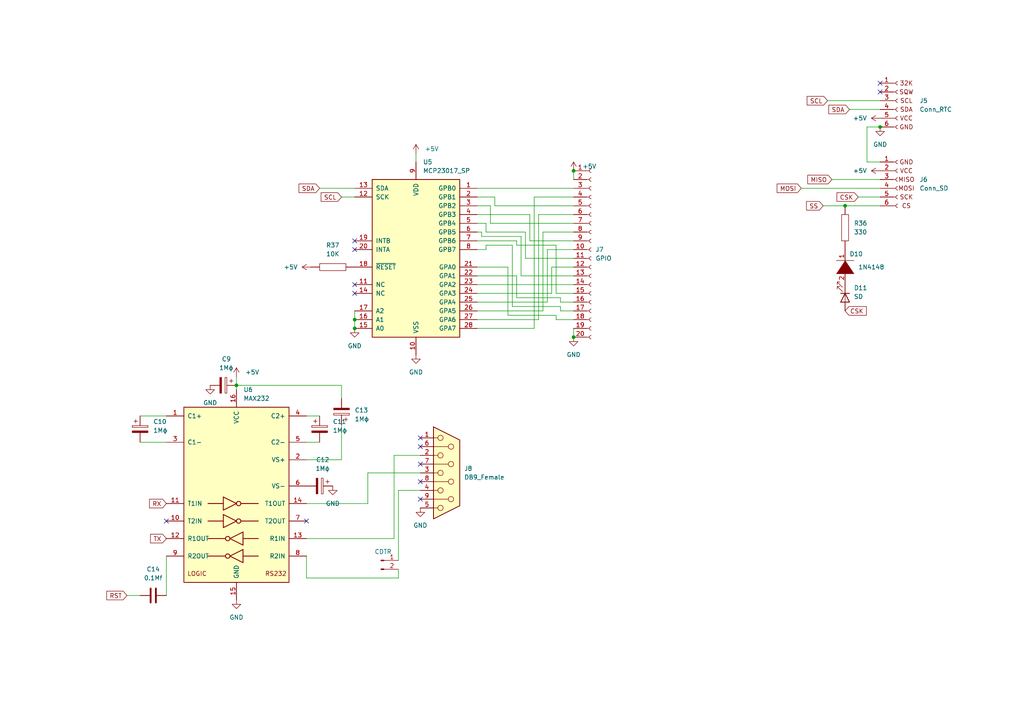
<source format=kicad_sch>
(kicad_sch (version 20211123) (generator eeschema)

  (uuid a46f4ef4-154d-49d2-9454-1058e66ad740)

  (paper "A4")

  (lib_symbols
    (symbol "Connector:Conn_01x02_Male" (pin_names (offset 1.016) hide) (in_bom yes) (on_board yes)
      (property "Reference" "J" (id 0) (at 0 2.54 0)
        (effects (font (size 1.27 1.27)))
      )
      (property "Value" "Conn_01x02_Male" (id 1) (at 0 -5.08 0)
        (effects (font (size 1.27 1.27)))
      )
      (property "Footprint" "" (id 2) (at 0 0 0)
        (effects (font (size 1.27 1.27)) hide)
      )
      (property "Datasheet" "~" (id 3) (at 0 0 0)
        (effects (font (size 1.27 1.27)) hide)
      )
      (property "ki_keywords" "connector" (id 4) (at 0 0 0)
        (effects (font (size 1.27 1.27)) hide)
      )
      (property "ki_description" "Generic connector, single row, 01x02, script generated (kicad-library-utils/schlib/autogen/connector/)" (id 5) (at 0 0 0)
        (effects (font (size 1.27 1.27)) hide)
      )
      (property "ki_fp_filters" "Connector*:*_1x??_*" (id 6) (at 0 0 0)
        (effects (font (size 1.27 1.27)) hide)
      )
      (symbol "Conn_01x02_Male_1_1"
        (polyline
          (pts
            (xy 1.27 -2.54)
            (xy 0.8636 -2.54)
          )
          (stroke (width 0.1524) (type default) (color 0 0 0 0))
          (fill (type none))
        )
        (polyline
          (pts
            (xy 1.27 0)
            (xy 0.8636 0)
          )
          (stroke (width 0.1524) (type default) (color 0 0 0 0))
          (fill (type none))
        )
        (rectangle (start 0.8636 -2.413) (end 0 -2.667)
          (stroke (width 0.1524) (type default) (color 0 0 0 0))
          (fill (type outline))
        )
        (rectangle (start 0.8636 0.127) (end 0 -0.127)
          (stroke (width 0.1524) (type default) (color 0 0 0 0))
          (fill (type outline))
        )
        (pin passive line (at 5.08 0 180) (length 3.81)
          (name "Pin_1" (effects (font (size 1.27 1.27))))
          (number "1" (effects (font (size 1.27 1.27))))
        )
        (pin passive line (at 5.08 -2.54 180) (length 3.81)
          (name "Pin_2" (effects (font (size 1.27 1.27))))
          (number "2" (effects (font (size 1.27 1.27))))
        )
      )
    )
    (symbol "Connector:Conn_01x20_Female" (pin_names (offset 1.016) hide) (in_bom yes) (on_board yes)
      (property "Reference" "J" (id 0) (at 0 25.4 0)
        (effects (font (size 1.27 1.27)))
      )
      (property "Value" "Conn_01x20_Female" (id 1) (at 0 -27.94 0)
        (effects (font (size 1.27 1.27)))
      )
      (property "Footprint" "" (id 2) (at 0 0 0)
        (effects (font (size 1.27 1.27)) hide)
      )
      (property "Datasheet" "~" (id 3) (at 0 0 0)
        (effects (font (size 1.27 1.27)) hide)
      )
      (property "ki_keywords" "connector" (id 4) (at 0 0 0)
        (effects (font (size 1.27 1.27)) hide)
      )
      (property "ki_description" "Generic connector, single row, 01x20, script generated (kicad-library-utils/schlib/autogen/connector/)" (id 5) (at 0 0 0)
        (effects (font (size 1.27 1.27)) hide)
      )
      (property "ki_fp_filters" "Connector*:*_1x??_*" (id 6) (at 0 0 0)
        (effects (font (size 1.27 1.27)) hide)
      )
      (symbol "Conn_01x20_Female_1_1"
        (arc (start 0 -24.892) (mid -0.508 -25.4) (end 0 -25.908)
          (stroke (width 0.1524) (type default) (color 0 0 0 0))
          (fill (type none))
        )
        (arc (start 0 -22.352) (mid -0.508 -22.86) (end 0 -23.368)
          (stroke (width 0.1524) (type default) (color 0 0 0 0))
          (fill (type none))
        )
        (arc (start 0 -19.812) (mid -0.508 -20.32) (end 0 -20.828)
          (stroke (width 0.1524) (type default) (color 0 0 0 0))
          (fill (type none))
        )
        (arc (start 0 -17.272) (mid -0.508 -17.78) (end 0 -18.288)
          (stroke (width 0.1524) (type default) (color 0 0 0 0))
          (fill (type none))
        )
        (arc (start 0 -14.732) (mid -0.508 -15.24) (end 0 -15.748)
          (stroke (width 0.1524) (type default) (color 0 0 0 0))
          (fill (type none))
        )
        (arc (start 0 -12.192) (mid -0.508 -12.7) (end 0 -13.208)
          (stroke (width 0.1524) (type default) (color 0 0 0 0))
          (fill (type none))
        )
        (arc (start 0 -9.652) (mid -0.508 -10.16) (end 0 -10.668)
          (stroke (width 0.1524) (type default) (color 0 0 0 0))
          (fill (type none))
        )
        (arc (start 0 -7.112) (mid -0.508 -7.62) (end 0 -8.128)
          (stroke (width 0.1524) (type default) (color 0 0 0 0))
          (fill (type none))
        )
        (arc (start 0 -4.572) (mid -0.508 -5.08) (end 0 -5.588)
          (stroke (width 0.1524) (type default) (color 0 0 0 0))
          (fill (type none))
        )
        (arc (start 0 -2.032) (mid -0.508 -2.54) (end 0 -3.048)
          (stroke (width 0.1524) (type default) (color 0 0 0 0))
          (fill (type none))
        )
        (polyline
          (pts
            (xy -1.27 -25.4)
            (xy -0.508 -25.4)
          )
          (stroke (width 0.1524) (type default) (color 0 0 0 0))
          (fill (type none))
        )
        (polyline
          (pts
            (xy -1.27 -22.86)
            (xy -0.508 -22.86)
          )
          (stroke (width 0.1524) (type default) (color 0 0 0 0))
          (fill (type none))
        )
        (polyline
          (pts
            (xy -1.27 -20.32)
            (xy -0.508 -20.32)
          )
          (stroke (width 0.1524) (type default) (color 0 0 0 0))
          (fill (type none))
        )
        (polyline
          (pts
            (xy -1.27 -17.78)
            (xy -0.508 -17.78)
          )
          (stroke (width 0.1524) (type default) (color 0 0 0 0))
          (fill (type none))
        )
        (polyline
          (pts
            (xy -1.27 -15.24)
            (xy -0.508 -15.24)
          )
          (stroke (width 0.1524) (type default) (color 0 0 0 0))
          (fill (type none))
        )
        (polyline
          (pts
            (xy -1.27 -12.7)
            (xy -0.508 -12.7)
          )
          (stroke (width 0.1524) (type default) (color 0 0 0 0))
          (fill (type none))
        )
        (polyline
          (pts
            (xy -1.27 -10.16)
            (xy -0.508 -10.16)
          )
          (stroke (width 0.1524) (type default) (color 0 0 0 0))
          (fill (type none))
        )
        (polyline
          (pts
            (xy -1.27 -7.62)
            (xy -0.508 -7.62)
          )
          (stroke (width 0.1524) (type default) (color 0 0 0 0))
          (fill (type none))
        )
        (polyline
          (pts
            (xy -1.27 -5.08)
            (xy -0.508 -5.08)
          )
          (stroke (width 0.1524) (type default) (color 0 0 0 0))
          (fill (type none))
        )
        (polyline
          (pts
            (xy -1.27 -2.54)
            (xy -0.508 -2.54)
          )
          (stroke (width 0.1524) (type default) (color 0 0 0 0))
          (fill (type none))
        )
        (polyline
          (pts
            (xy -1.27 0)
            (xy -0.508 0)
          )
          (stroke (width 0.1524) (type default) (color 0 0 0 0))
          (fill (type none))
        )
        (polyline
          (pts
            (xy -1.27 2.54)
            (xy -0.508 2.54)
          )
          (stroke (width 0.1524) (type default) (color 0 0 0 0))
          (fill (type none))
        )
        (polyline
          (pts
            (xy -1.27 5.08)
            (xy -0.508 5.08)
          )
          (stroke (width 0.1524) (type default) (color 0 0 0 0))
          (fill (type none))
        )
        (polyline
          (pts
            (xy -1.27 7.62)
            (xy -0.508 7.62)
          )
          (stroke (width 0.1524) (type default) (color 0 0 0 0))
          (fill (type none))
        )
        (polyline
          (pts
            (xy -1.27 10.16)
            (xy -0.508 10.16)
          )
          (stroke (width 0.1524) (type default) (color 0 0 0 0))
          (fill (type none))
        )
        (polyline
          (pts
            (xy -1.27 12.7)
            (xy -0.508 12.7)
          )
          (stroke (width 0.1524) (type default) (color 0 0 0 0))
          (fill (type none))
        )
        (polyline
          (pts
            (xy -1.27 15.24)
            (xy -0.508 15.24)
          )
          (stroke (width 0.1524) (type default) (color 0 0 0 0))
          (fill (type none))
        )
        (polyline
          (pts
            (xy -1.27 17.78)
            (xy -0.508 17.78)
          )
          (stroke (width 0.1524) (type default) (color 0 0 0 0))
          (fill (type none))
        )
        (polyline
          (pts
            (xy -1.27 20.32)
            (xy -0.508 20.32)
          )
          (stroke (width 0.1524) (type default) (color 0 0 0 0))
          (fill (type none))
        )
        (polyline
          (pts
            (xy -1.27 22.86)
            (xy -0.508 22.86)
          )
          (stroke (width 0.1524) (type default) (color 0 0 0 0))
          (fill (type none))
        )
        (arc (start 0 0.508) (mid -0.508 0) (end 0 -0.508)
          (stroke (width 0.1524) (type default) (color 0 0 0 0))
          (fill (type none))
        )
        (arc (start 0 3.048) (mid -0.508 2.54) (end 0 2.032)
          (stroke (width 0.1524) (type default) (color 0 0 0 0))
          (fill (type none))
        )
        (arc (start 0 5.588) (mid -0.508 5.08) (end 0 4.572)
          (stroke (width 0.1524) (type default) (color 0 0 0 0))
          (fill (type none))
        )
        (arc (start 0 8.128) (mid -0.508 7.62) (end 0 7.112)
          (stroke (width 0.1524) (type default) (color 0 0 0 0))
          (fill (type none))
        )
        (arc (start 0 10.668) (mid -0.508 10.16) (end 0 9.652)
          (stroke (width 0.1524) (type default) (color 0 0 0 0))
          (fill (type none))
        )
        (arc (start 0 13.208) (mid -0.508 12.7) (end 0 12.192)
          (stroke (width 0.1524) (type default) (color 0 0 0 0))
          (fill (type none))
        )
        (arc (start 0 15.748) (mid -0.508 15.24) (end 0 14.732)
          (stroke (width 0.1524) (type default) (color 0 0 0 0))
          (fill (type none))
        )
        (arc (start 0 18.288) (mid -0.508 17.78) (end 0 17.272)
          (stroke (width 0.1524) (type default) (color 0 0 0 0))
          (fill (type none))
        )
        (arc (start 0 20.828) (mid -0.508 20.32) (end 0 19.812)
          (stroke (width 0.1524) (type default) (color 0 0 0 0))
          (fill (type none))
        )
        (arc (start 0 23.368) (mid -0.508 22.86) (end 0 22.352)
          (stroke (width 0.1524) (type default) (color 0 0 0 0))
          (fill (type none))
        )
        (pin passive line (at -5.08 22.86 0) (length 3.81)
          (name "Pin_1" (effects (font (size 1.27 1.27))))
          (number "1" (effects (font (size 1.27 1.27))))
        )
        (pin passive line (at -5.08 0 0) (length 3.81)
          (name "Pin_10" (effects (font (size 1.27 1.27))))
          (number "10" (effects (font (size 1.27 1.27))))
        )
        (pin passive line (at -5.08 -2.54 0) (length 3.81)
          (name "Pin_11" (effects (font (size 1.27 1.27))))
          (number "11" (effects (font (size 1.27 1.27))))
        )
        (pin passive line (at -5.08 -5.08 0) (length 3.81)
          (name "Pin_12" (effects (font (size 1.27 1.27))))
          (number "12" (effects (font (size 1.27 1.27))))
        )
        (pin passive line (at -5.08 -7.62 0) (length 3.81)
          (name "Pin_13" (effects (font (size 1.27 1.27))))
          (number "13" (effects (font (size 1.27 1.27))))
        )
        (pin passive line (at -5.08 -10.16 0) (length 3.81)
          (name "Pin_14" (effects (font (size 1.27 1.27))))
          (number "14" (effects (font (size 1.27 1.27))))
        )
        (pin passive line (at -5.08 -12.7 0) (length 3.81)
          (name "Pin_15" (effects (font (size 1.27 1.27))))
          (number "15" (effects (font (size 1.27 1.27))))
        )
        (pin passive line (at -5.08 -15.24 0) (length 3.81)
          (name "Pin_16" (effects (font (size 1.27 1.27))))
          (number "16" (effects (font (size 1.27 1.27))))
        )
        (pin passive line (at -5.08 -17.78 0) (length 3.81)
          (name "Pin_17" (effects (font (size 1.27 1.27))))
          (number "17" (effects (font (size 1.27 1.27))))
        )
        (pin passive line (at -5.08 -20.32 0) (length 3.81)
          (name "Pin_18" (effects (font (size 1.27 1.27))))
          (number "18" (effects (font (size 1.27 1.27))))
        )
        (pin passive line (at -5.08 -22.86 0) (length 3.81)
          (name "Pin_19" (effects (font (size 1.27 1.27))))
          (number "19" (effects (font (size 1.27 1.27))))
        )
        (pin passive line (at -5.08 20.32 0) (length 3.81)
          (name "Pin_2" (effects (font (size 1.27 1.27))))
          (number "2" (effects (font (size 1.27 1.27))))
        )
        (pin passive line (at -5.08 -25.4 0) (length 3.81)
          (name "Pin_20" (effects (font (size 1.27 1.27))))
          (number "20" (effects (font (size 1.27 1.27))))
        )
        (pin passive line (at -5.08 17.78 0) (length 3.81)
          (name "Pin_3" (effects (font (size 1.27 1.27))))
          (number "3" (effects (font (size 1.27 1.27))))
        )
        (pin passive line (at -5.08 15.24 0) (length 3.81)
          (name "Pin_4" (effects (font (size 1.27 1.27))))
          (number "4" (effects (font (size 1.27 1.27))))
        )
        (pin passive line (at -5.08 12.7 0) (length 3.81)
          (name "Pin_5" (effects (font (size 1.27 1.27))))
          (number "5" (effects (font (size 1.27 1.27))))
        )
        (pin passive line (at -5.08 10.16 0) (length 3.81)
          (name "Pin_6" (effects (font (size 1.27 1.27))))
          (number "6" (effects (font (size 1.27 1.27))))
        )
        (pin passive line (at -5.08 7.62 0) (length 3.81)
          (name "Pin_7" (effects (font (size 1.27 1.27))))
          (number "7" (effects (font (size 1.27 1.27))))
        )
        (pin passive line (at -5.08 5.08 0) (length 3.81)
          (name "Pin_8" (effects (font (size 1.27 1.27))))
          (number "8" (effects (font (size 1.27 1.27))))
        )
        (pin passive line (at -5.08 2.54 0) (length 3.81)
          (name "Pin_9" (effects (font (size 1.27 1.27))))
          (number "9" (effects (font (size 1.27 1.27))))
        )
      )
    )
    (symbol "Connector:Conn_RTC" (pin_names (offset 1.016) hide) (in_bom yes) (on_board yes)
      (property "Reference" "J?" (id 0) (at -3.81 8.89 0)
        (effects (font (size 1.27 1.27)) (justify left))
      )
      (property "Value" "Conn_RTC" (id 1) (at -7.62 -10.16 0)
        (effects (font (size 1.27 1.27)) (justify left))
      )
      (property "Footprint" "" (id 2) (at 0 0 0)
        (effects (font (size 1.27 1.27)) hide)
      )
      (property "Datasheet" "~" (id 3) (at 0 0 0)
        (effects (font (size 1.27 1.27)) hide)
      )
      (property "ki_keywords" "connector" (id 4) (at 0 0 0)
        (effects (font (size 1.27 1.27)) hide)
      )
      (property "ki_description" "Generic connector, single row, 01x06, script generated (kicad-library-utils/schlib/autogen/connector/)" (id 5) (at 0 0 0)
        (effects (font (size 1.27 1.27)) hide)
      )
      (property "ki_fp_filters" "Connector*:*_1x??_*" (id 6) (at 0 0 0)
        (effects (font (size 1.27 1.27)) hide)
      )
      (symbol "Conn_RTC_0_0"
        (text "32K" (at 2.54 5.08 0)
          (effects (font (size 1.27 1.27)))
        )
        (text "GND" (at 2.54 -7.62 0)
          (effects (font (size 1.27 1.27)))
        )
        (text "SCL" (at 2.54 0 0)
          (effects (font (size 1.27 1.27)))
        )
        (text "SDA" (at 2.54 -2.54 0)
          (effects (font (size 1.27 1.27)))
        )
        (text "SQW" (at 2.54 2.54 0)
          (effects (font (size 1.27 1.27)))
        )
        (text "VCC" (at 2.54 -5.08 0)
          (effects (font (size 1.27 1.27)))
        )
      )
      (symbol "Conn_RTC_1_1"
        (arc (start 0 -7.112) (mid -0.508 -7.62) (end 0 -8.128)
          (stroke (width 0.1524) (type default) (color 0 0 0 0))
          (fill (type none))
        )
        (arc (start 0 -4.572) (mid -0.508 -5.08) (end 0 -5.588)
          (stroke (width 0.1524) (type default) (color 0 0 0 0))
          (fill (type none))
        )
        (arc (start 0 -2.032) (mid -0.508 -2.54) (end 0 -3.048)
          (stroke (width 0.1524) (type default) (color 0 0 0 0))
          (fill (type none))
        )
        (polyline
          (pts
            (xy -1.27 -7.62)
            (xy -0.508 -7.62)
          )
          (stroke (width 0.1524) (type default) (color 0 0 0 0))
          (fill (type none))
        )
        (polyline
          (pts
            (xy -1.27 -5.08)
            (xy -0.508 -5.08)
          )
          (stroke (width 0.1524) (type default) (color 0 0 0 0))
          (fill (type none))
        )
        (polyline
          (pts
            (xy -1.27 -2.54)
            (xy -0.508 -2.54)
          )
          (stroke (width 0.1524) (type default) (color 0 0 0 0))
          (fill (type none))
        )
        (polyline
          (pts
            (xy -1.27 0)
            (xy -0.508 0)
          )
          (stroke (width 0.1524) (type default) (color 0 0 0 0))
          (fill (type none))
        )
        (polyline
          (pts
            (xy -1.27 2.54)
            (xy -0.508 2.54)
          )
          (stroke (width 0.1524) (type default) (color 0 0 0 0))
          (fill (type none))
        )
        (polyline
          (pts
            (xy -1.27 5.08)
            (xy -0.508 5.08)
          )
          (stroke (width 0.1524) (type default) (color 0 0 0 0))
          (fill (type none))
        )
        (arc (start 0 0.508) (mid -0.508 0) (end 0 -0.508)
          (stroke (width 0.1524) (type default) (color 0 0 0 0))
          (fill (type none))
        )
        (arc (start 0 3.048) (mid -0.508 2.54) (end 0 2.032)
          (stroke (width 0.1524) (type default) (color 0 0 0 0))
          (fill (type none))
        )
        (arc (start 0 5.588) (mid -0.508 5.08) (end 0 4.572)
          (stroke (width 0.1524) (type default) (color 0 0 0 0))
          (fill (type none))
        )
        (pin passive line (at -5.08 5.08 0) (length 3.81)
          (name "Pin_1" (effects (font (size 1.27 1.27))))
          (number "1" (effects (font (size 1.27 1.27))))
        )
        (pin passive line (at -5.08 2.54 0) (length 3.81)
          (name "Pin_2" (effects (font (size 1.27 1.27))))
          (number "2" (effects (font (size 1.27 1.27))))
        )
        (pin passive line (at -5.08 0 0) (length 3.81)
          (name "Pin_3" (effects (font (size 1.27 1.27))))
          (number "3" (effects (font (size 1.27 1.27))))
        )
        (pin passive line (at -5.08 -2.54 0) (length 3.81)
          (name "Pin_4" (effects (font (size 1.27 1.27))))
          (number "4" (effects (font (size 1.27 1.27))))
        )
        (pin passive line (at -5.08 -5.08 0) (length 3.81)
          (name "Pin_5" (effects (font (size 1.27 1.27))))
          (number "5" (effects (font (size 1.27 1.27))))
        )
        (pin passive line (at -5.08 -7.62 0) (length 3.81)
          (name "Pin_6" (effects (font (size 1.27 1.27))))
          (number "6" (effects (font (size 1.27 1.27))))
        )
      )
    )
    (symbol "Connector:Conn_SD" (pin_names (offset 1.016) hide) (in_bom yes) (on_board yes)
      (property "Reference" "J?" (id 0) (at -2.54 7.62 0)
        (effects (font (size 1.27 1.27)) (justify left))
      )
      (property "Value" "Conn_SD" (id 1) (at -5.08 -10.16 0)
        (effects (font (size 1.27 1.27)) (justify left))
      )
      (property "Footprint" "" (id 2) (at 0 0 0)
        (effects (font (size 1.27 1.27)) hide)
      )
      (property "Datasheet" "~" (id 3) (at 0 0 0)
        (effects (font (size 1.27 1.27)) hide)
      )
      (property "ki_keywords" "connector" (id 4) (at 0 0 0)
        (effects (font (size 1.27 1.27)) hide)
      )
      (property "ki_description" "Generic connector, single row, 01x06, script generated (kicad-library-utils/schlib/autogen/connector/)" (id 5) (at 0 0 0)
        (effects (font (size 1.27 1.27)) hide)
      )
      (property "ki_fp_filters" "Connector*:*_1x??_*" (id 6) (at 0 0 0)
        (effects (font (size 1.27 1.27)) hide)
      )
      (symbol "Conn_SD_0_0"
        (text "CS" (at 2.54 -7.62 0)
          (effects (font (size 1.27 1.27)))
        )
        (text "GND" (at 2.54 5.08 0)
          (effects (font (size 1.27 1.27)))
        )
        (text "MISO" (at 2.54 0 0)
          (effects (font (size 1.27 1.27)))
        )
        (text "MOSI" (at 2.54 -2.54 0)
          (effects (font (size 1.27 1.27)))
        )
        (text "SCK" (at 2.54 -5.08 0)
          (effects (font (size 1.27 1.27)))
        )
        (text "VCC" (at 2.54 2.54 0)
          (effects (font (size 1.27 1.27)))
        )
      )
      (symbol "Conn_SD_1_1"
        (arc (start 0 -7.112) (mid -0.508 -7.62) (end 0 -8.128)
          (stroke (width 0.1524) (type default) (color 0 0 0 0))
          (fill (type none))
        )
        (arc (start 0 -4.572) (mid -0.508 -5.08) (end 0 -5.588)
          (stroke (width 0.1524) (type default) (color 0 0 0 0))
          (fill (type none))
        )
        (arc (start 0 -2.032) (mid -0.508 -2.54) (end 0 -3.048)
          (stroke (width 0.1524) (type default) (color 0 0 0 0))
          (fill (type none))
        )
        (polyline
          (pts
            (xy -1.27 -7.62)
            (xy -0.508 -7.62)
          )
          (stroke (width 0.1524) (type default) (color 0 0 0 0))
          (fill (type none))
        )
        (polyline
          (pts
            (xy -1.27 -5.08)
            (xy -0.508 -5.08)
          )
          (stroke (width 0.1524) (type default) (color 0 0 0 0))
          (fill (type none))
        )
        (polyline
          (pts
            (xy -1.27 -2.54)
            (xy -0.508 -2.54)
          )
          (stroke (width 0.1524) (type default) (color 0 0 0 0))
          (fill (type none))
        )
        (polyline
          (pts
            (xy -1.27 0)
            (xy -0.508 0)
          )
          (stroke (width 0.1524) (type default) (color 0 0 0 0))
          (fill (type none))
        )
        (polyline
          (pts
            (xy -1.27 2.54)
            (xy -0.508 2.54)
          )
          (stroke (width 0.1524) (type default) (color 0 0 0 0))
          (fill (type none))
        )
        (polyline
          (pts
            (xy -1.27 5.08)
            (xy -0.508 5.08)
          )
          (stroke (width 0.1524) (type default) (color 0 0 0 0))
          (fill (type none))
        )
        (arc (start 0 0.508) (mid -0.508 0) (end 0 -0.508)
          (stroke (width 0.1524) (type default) (color 0 0 0 0))
          (fill (type none))
        )
        (arc (start 0 3.048) (mid -0.508 2.54) (end 0 2.032)
          (stroke (width 0.1524) (type default) (color 0 0 0 0))
          (fill (type none))
        )
        (arc (start 0 5.588) (mid -0.508 5.08) (end 0 4.572)
          (stroke (width 0.1524) (type default) (color 0 0 0 0))
          (fill (type none))
        )
        (pin passive line (at -5.08 5.08 0) (length 3.81)
          (name "Pin_1" (effects (font (size 1.27 1.27))))
          (number "1" (effects (font (size 1.27 1.27))))
        )
        (pin passive line (at -5.08 2.54 0) (length 3.81)
          (name "Pin_2" (effects (font (size 1.27 1.27))))
          (number "2" (effects (font (size 1.27 1.27))))
        )
        (pin passive line (at -5.08 0 0) (length 3.81)
          (name "Pin_3" (effects (font (size 1.27 1.27))))
          (number "3" (effects (font (size 1.27 1.27))))
        )
        (pin passive line (at -5.08 -2.54 0) (length 3.81)
          (name "Pin_4" (effects (font (size 1.27 1.27))))
          (number "4" (effects (font (size 1.27 1.27))))
        )
        (pin passive line (at -5.08 -5.08 0) (length 3.81)
          (name "Pin_5" (effects (font (size 1.27 1.27))))
          (number "5" (effects (font (size 1.27 1.27))))
        )
        (pin passive line (at -5.08 -7.62 0) (length 3.81)
          (name "Pin_6" (effects (font (size 1.27 1.27))))
          (number "6" (effects (font (size 1.27 1.27))))
        )
      )
    )
    (symbol "Connector:DB9_Female" (pin_names (offset 1.016) hide) (in_bom yes) (on_board yes)
      (property "Reference" "J" (id 0) (at 0 13.97 0)
        (effects (font (size 1.27 1.27)))
      )
      (property "Value" "DB9_Female" (id 1) (at 0 -14.605 0)
        (effects (font (size 1.27 1.27)))
      )
      (property "Footprint" "" (id 2) (at 0 0 0)
        (effects (font (size 1.27 1.27)) hide)
      )
      (property "Datasheet" " ~" (id 3) (at 0 0 0)
        (effects (font (size 1.27 1.27)) hide)
      )
      (property "ki_keywords" "connector female D-SUB" (id 4) (at 0 0 0)
        (effects (font (size 1.27 1.27)) hide)
      )
      (property "ki_description" "9-pin female D-SUB connector" (id 5) (at 0 0 0)
        (effects (font (size 1.27 1.27)) hide)
      )
      (property "ki_fp_filters" "DSUB*Female*" (id 6) (at 0 0 0)
        (effects (font (size 1.27 1.27)) hide)
      )
      (symbol "DB9_Female_0_1"
        (circle (center -1.778 -10.16) (radius 0.762)
          (stroke (width 0) (type default) (color 0 0 0 0))
          (fill (type none))
        )
        (circle (center -1.778 -5.08) (radius 0.762)
          (stroke (width 0) (type default) (color 0 0 0 0))
          (fill (type none))
        )
        (circle (center -1.778 0) (radius 0.762)
          (stroke (width 0) (type default) (color 0 0 0 0))
          (fill (type none))
        )
        (circle (center -1.778 5.08) (radius 0.762)
          (stroke (width 0) (type default) (color 0 0 0 0))
          (fill (type none))
        )
        (circle (center -1.778 10.16) (radius 0.762)
          (stroke (width 0) (type default) (color 0 0 0 0))
          (fill (type none))
        )
        (polyline
          (pts
            (xy -3.81 -10.16)
            (xy -2.54 -10.16)
          )
          (stroke (width 0) (type default) (color 0 0 0 0))
          (fill (type none))
        )
        (polyline
          (pts
            (xy -3.81 -7.62)
            (xy 0.508 -7.62)
          )
          (stroke (width 0) (type default) (color 0 0 0 0))
          (fill (type none))
        )
        (polyline
          (pts
            (xy -3.81 -5.08)
            (xy -2.54 -5.08)
          )
          (stroke (width 0) (type default) (color 0 0 0 0))
          (fill (type none))
        )
        (polyline
          (pts
            (xy -3.81 -2.54)
            (xy 0.508 -2.54)
          )
          (stroke (width 0) (type default) (color 0 0 0 0))
          (fill (type none))
        )
        (polyline
          (pts
            (xy -3.81 0)
            (xy -2.54 0)
          )
          (stroke (width 0) (type default) (color 0 0 0 0))
          (fill (type none))
        )
        (polyline
          (pts
            (xy -3.81 2.54)
            (xy 0.508 2.54)
          )
          (stroke (width 0) (type default) (color 0 0 0 0))
          (fill (type none))
        )
        (polyline
          (pts
            (xy -3.81 5.08)
            (xy -2.54 5.08)
          )
          (stroke (width 0) (type default) (color 0 0 0 0))
          (fill (type none))
        )
        (polyline
          (pts
            (xy -3.81 7.62)
            (xy 0.508 7.62)
          )
          (stroke (width 0) (type default) (color 0 0 0 0))
          (fill (type none))
        )
        (polyline
          (pts
            (xy -3.81 10.16)
            (xy -2.54 10.16)
          )
          (stroke (width 0) (type default) (color 0 0 0 0))
          (fill (type none))
        )
        (polyline
          (pts
            (xy -3.81 13.335)
            (xy -3.81 -13.335)
            (xy 3.81 -9.525)
            (xy 3.81 9.525)
            (xy -3.81 13.335)
          )
          (stroke (width 0.254) (type default) (color 0 0 0 0))
          (fill (type background))
        )
        (circle (center 1.27 -7.62) (radius 0.762)
          (stroke (width 0) (type default) (color 0 0 0 0))
          (fill (type none))
        )
        (circle (center 1.27 -2.54) (radius 0.762)
          (stroke (width 0) (type default) (color 0 0 0 0))
          (fill (type none))
        )
        (circle (center 1.27 2.54) (radius 0.762)
          (stroke (width 0) (type default) (color 0 0 0 0))
          (fill (type none))
        )
        (circle (center 1.27 7.62) (radius 0.762)
          (stroke (width 0) (type default) (color 0 0 0 0))
          (fill (type none))
        )
      )
      (symbol "DB9_Female_1_1"
        (pin passive line (at -7.62 10.16 0) (length 3.81)
          (name "1" (effects (font (size 1.27 1.27))))
          (number "1" (effects (font (size 1.27 1.27))))
        )
        (pin passive line (at -7.62 5.08 0) (length 3.81)
          (name "2" (effects (font (size 1.27 1.27))))
          (number "2" (effects (font (size 1.27 1.27))))
        )
        (pin passive line (at -7.62 0 0) (length 3.81)
          (name "3" (effects (font (size 1.27 1.27))))
          (number "3" (effects (font (size 1.27 1.27))))
        )
        (pin passive line (at -7.62 -5.08 0) (length 3.81)
          (name "4" (effects (font (size 1.27 1.27))))
          (number "4" (effects (font (size 1.27 1.27))))
        )
        (pin passive line (at -7.62 -10.16 0) (length 3.81)
          (name "5" (effects (font (size 1.27 1.27))))
          (number "5" (effects (font (size 1.27 1.27))))
        )
        (pin passive line (at -7.62 7.62 0) (length 3.81)
          (name "6" (effects (font (size 1.27 1.27))))
          (number "6" (effects (font (size 1.27 1.27))))
        )
        (pin passive line (at -7.62 2.54 0) (length 3.81)
          (name "7" (effects (font (size 1.27 1.27))))
          (number "7" (effects (font (size 1.27 1.27))))
        )
        (pin passive line (at -7.62 -2.54 0) (length 3.81)
          (name "8" (effects (font (size 1.27 1.27))))
          (number "8" (effects (font (size 1.27 1.27))))
        )
        (pin passive line (at -7.62 -7.62 0) (length 3.81)
          (name "9" (effects (font (size 1.27 1.27))))
          (number "9" (effects (font (size 1.27 1.27))))
        )
      )
    )
    (symbol "Device:C" (pin_numbers hide) (pin_names (offset 0.254)) (in_bom yes) (on_board yes)
      (property "Reference" "C" (id 0) (at 0.635 2.54 0)
        (effects (font (size 1.27 1.27)) (justify left))
      )
      (property "Value" "C" (id 1) (at 0.635 -2.54 0)
        (effects (font (size 1.27 1.27)) (justify left))
      )
      (property "Footprint" "" (id 2) (at 0.9652 -3.81 0)
        (effects (font (size 1.27 1.27)) hide)
      )
      (property "Datasheet" "~" (id 3) (at 0 0 0)
        (effects (font (size 1.27 1.27)) hide)
      )
      (property "ki_keywords" "cap capacitor" (id 4) (at 0 0 0)
        (effects (font (size 1.27 1.27)) hide)
      )
      (property "ki_description" "Unpolarized capacitor" (id 5) (at 0 0 0)
        (effects (font (size 1.27 1.27)) hide)
      )
      (property "ki_fp_filters" "C_*" (id 6) (at 0 0 0)
        (effects (font (size 1.27 1.27)) hide)
      )
      (symbol "C_0_1"
        (polyline
          (pts
            (xy -2.032 -0.762)
            (xy 2.032 -0.762)
          )
          (stroke (width 0.508) (type default) (color 0 0 0 0))
          (fill (type none))
        )
        (polyline
          (pts
            (xy -2.032 0.762)
            (xy 2.032 0.762)
          )
          (stroke (width 0.508) (type default) (color 0 0 0 0))
          (fill (type none))
        )
      )
      (symbol "C_1_1"
        (pin passive line (at 0 3.81 270) (length 2.794)
          (name "~" (effects (font (size 1.27 1.27))))
          (number "1" (effects (font (size 1.27 1.27))))
        )
        (pin passive line (at 0 -3.81 90) (length 2.794)
          (name "~" (effects (font (size 1.27 1.27))))
          (number "2" (effects (font (size 1.27 1.27))))
        )
      )
    )
    (symbol "Device:C_Polarized" (pin_numbers hide) (pin_names (offset 0.254)) (in_bom yes) (on_board yes)
      (property "Reference" "C" (id 0) (at 0.635 2.54 0)
        (effects (font (size 1.27 1.27)) (justify left))
      )
      (property "Value" "C_Polarized" (id 1) (at 0.635 -2.54 0)
        (effects (font (size 1.27 1.27)) (justify left))
      )
      (property "Footprint" "" (id 2) (at 0.9652 -3.81 0)
        (effects (font (size 1.27 1.27)) hide)
      )
      (property "Datasheet" "~" (id 3) (at 0 0 0)
        (effects (font (size 1.27 1.27)) hide)
      )
      (property "ki_keywords" "cap capacitor" (id 4) (at 0 0 0)
        (effects (font (size 1.27 1.27)) hide)
      )
      (property "ki_description" "Polarized capacitor" (id 5) (at 0 0 0)
        (effects (font (size 1.27 1.27)) hide)
      )
      (property "ki_fp_filters" "CP_*" (id 6) (at 0 0 0)
        (effects (font (size 1.27 1.27)) hide)
      )
      (symbol "C_Polarized_0_1"
        (rectangle (start -2.286 0.508) (end 2.286 1.016)
          (stroke (width 0) (type default) (color 0 0 0 0))
          (fill (type none))
        )
        (polyline
          (pts
            (xy -1.778 2.286)
            (xy -0.762 2.286)
          )
          (stroke (width 0) (type default) (color 0 0 0 0))
          (fill (type none))
        )
        (polyline
          (pts
            (xy -1.27 2.794)
            (xy -1.27 1.778)
          )
          (stroke (width 0) (type default) (color 0 0 0 0))
          (fill (type none))
        )
        (rectangle (start 2.286 -0.508) (end -2.286 -1.016)
          (stroke (width 0) (type default) (color 0 0 0 0))
          (fill (type outline))
        )
      )
      (symbol "C_Polarized_1_1"
        (pin passive line (at 0 3.81 270) (length 2.794)
          (name "~" (effects (font (size 1.27 1.27))))
          (number "1" (effects (font (size 1.27 1.27))))
        )
        (pin passive line (at 0 -3.81 90) (length 2.794)
          (name "~" (effects (font (size 1.27 1.27))))
          (number "2" (effects (font (size 1.27 1.27))))
        )
      )
    )
    (symbol "Device:LED" (pin_numbers hide) (pin_names (offset 1.016) hide) (in_bom yes) (on_board yes)
      (property "Reference" "D" (id 0) (at 0 2.54 0)
        (effects (font (size 1.27 1.27)))
      )
      (property "Value" "LED" (id 1) (at 0 -2.54 0)
        (effects (font (size 1.27 1.27)))
      )
      (property "Footprint" "" (id 2) (at 0 0 0)
        (effects (font (size 1.27 1.27)) hide)
      )
      (property "Datasheet" "~" (id 3) (at 0 0 0)
        (effects (font (size 1.27 1.27)) hide)
      )
      (property "ki_keywords" "LED diode" (id 4) (at 0 0 0)
        (effects (font (size 1.27 1.27)) hide)
      )
      (property "ki_description" "Light emitting diode" (id 5) (at 0 0 0)
        (effects (font (size 1.27 1.27)) hide)
      )
      (property "ki_fp_filters" "LED* LED_SMD:* LED_THT:*" (id 6) (at 0 0 0)
        (effects (font (size 1.27 1.27)) hide)
      )
      (symbol "LED_0_1"
        (polyline
          (pts
            (xy -1.27 -1.27)
            (xy -1.27 1.27)
          )
          (stroke (width 0.254) (type default) (color 0 0 0 0))
          (fill (type none))
        )
        (polyline
          (pts
            (xy -1.27 0)
            (xy 1.27 0)
          )
          (stroke (width 0) (type default) (color 0 0 0 0))
          (fill (type none))
        )
        (polyline
          (pts
            (xy 1.27 -1.27)
            (xy 1.27 1.27)
            (xy -1.27 0)
            (xy 1.27 -1.27)
          )
          (stroke (width 0.254) (type default) (color 0 0 0 0))
          (fill (type none))
        )
        (polyline
          (pts
            (xy -3.048 -0.762)
            (xy -4.572 -2.286)
            (xy -3.81 -2.286)
            (xy -4.572 -2.286)
            (xy -4.572 -1.524)
          )
          (stroke (width 0) (type default) (color 0 0 0 0))
          (fill (type none))
        )
        (polyline
          (pts
            (xy -1.778 -0.762)
            (xy -3.302 -2.286)
            (xy -2.54 -2.286)
            (xy -3.302 -2.286)
            (xy -3.302 -1.524)
          )
          (stroke (width 0) (type default) (color 0 0 0 0))
          (fill (type none))
        )
      )
      (symbol "LED_1_1"
        (pin passive line (at -3.81 0 0) (length 2.54)
          (name "K" (effects (font (size 1.27 1.27))))
          (number "1" (effects (font (size 1.27 1.27))))
        )
        (pin passive line (at 3.81 0 180) (length 2.54)
          (name "A" (effects (font (size 1.27 1.27))))
          (number "2" (effects (font (size 1.27 1.27))))
        )
      )
    )
    (symbol "Interface_Expansion:MCP23017_SP" (pin_names (offset 1.016)) (in_bom yes) (on_board yes)
      (property "Reference" "U?" (id 0) (at 2.0194 27.94 0)
        (effects (font (size 1.27 1.27)) (justify left))
      )
      (property "Value" "MCP23017_SP" (id 1) (at 2.0194 25.4 0)
        (effects (font (size 1.27 1.27)) (justify left))
      )
      (property "Footprint" "Package_DIP:DIP-28_W7.62mm" (id 2) (at 5.08 -25.4 0)
        (effects (font (size 1.27 1.27)) (justify left) hide)
      )
      (property "Datasheet" "http://ww1.microchip.com/downloads/en/DeviceDoc/20001952C.pdf" (id 3) (at 5.08 -27.94 0)
        (effects (font (size 1.27 1.27)) (justify left) hide)
      )
      (property "ki_keywords" "I2C parallel port expander" (id 4) (at 0 0 0)
        (effects (font (size 1.27 1.27)) hide)
      )
      (property "ki_description" "16-bit I/O expander, I2C, interrupts, w pull-ups, SPDIP-28" (id 5) (at 0 0 0)
        (effects (font (size 1.27 1.27)) hide)
      )
      (property "ki_fp_filters" "DIP*W7.62mm*" (id 6) (at 0 0 0)
        (effects (font (size 1.27 1.27)) hide)
      )
      (symbol "MCP23017_SP_0_1"
        (rectangle (start -12.7 22.86) (end 12.7 -22.86)
          (stroke (width 0.254) (type default) (color 0 0 0 0))
          (fill (type background))
        )
      )
      (symbol "MCP23017_SP_1_1"
        (pin bidirectional line (at 17.78 20.32 180) (length 5.08)
          (name "GPB0" (effects (font (size 1.27 1.27))))
          (number "1" (effects (font (size 1.27 1.27))))
        )
        (pin power_in line (at 0 -27.94 90) (length 5.08)
          (name "VSS" (effects (font (size 1.27 1.27))))
          (number "10" (effects (font (size 1.27 1.27))))
        )
        (pin input line (at -17.78 -7.62 0) (length 5.08)
          (name "NC" (effects (font (size 1.27 1.27))))
          (number "11" (effects (font (size 1.27 1.27))))
        )
        (pin no_connect line (at -12.7 15.24 0) (length 5.08) hide
          (name "NC" (effects (font (size 1.27 1.27))))
          (number "11" (effects (font (size 1.27 1.27))))
        )
        (pin input line (at -17.78 17.78 0) (length 5.08)
          (name "SCK" (effects (font (size 1.27 1.27))))
          (number "12" (effects (font (size 1.27 1.27))))
        )
        (pin bidirectional line (at -17.78 20.32 0) (length 5.08)
          (name "SDA" (effects (font (size 1.27 1.27))))
          (number "13" (effects (font (size 1.27 1.27))))
        )
        (pin input line (at -17.78 -10.16 0) (length 5.08)
          (name "NC" (effects (font (size 1.27 1.27))))
          (number "14" (effects (font (size 1.27 1.27))))
        )
        (pin no_connect line (at -12.7 12.7 0) (length 5.08) hide
          (name "NC" (effects (font (size 1.27 1.27))))
          (number "14" (effects (font (size 1.27 1.27))))
        )
        (pin input line (at -17.78 -20.32 0) (length 5.08)
          (name "A0" (effects (font (size 1.27 1.27))))
          (number "15" (effects (font (size 1.27 1.27))))
        )
        (pin input line (at -17.78 -17.78 0) (length 5.08)
          (name "A1" (effects (font (size 1.27 1.27))))
          (number "16" (effects (font (size 1.27 1.27))))
        )
        (pin input line (at -17.78 -15.24 0) (length 5.08)
          (name "A2" (effects (font (size 1.27 1.27))))
          (number "17" (effects (font (size 1.27 1.27))))
        )
        (pin input line (at -17.78 -2.54 0) (length 5.08)
          (name "~{RESET}" (effects (font (size 1.27 1.27))))
          (number "18" (effects (font (size 1.27 1.27))))
        )
        (pin tri_state line (at -17.78 5.08 0) (length 5.08)
          (name "INTB" (effects (font (size 1.27 1.27))))
          (number "19" (effects (font (size 1.27 1.27))))
        )
        (pin bidirectional line (at 17.78 17.78 180) (length 5.08)
          (name "GPB1" (effects (font (size 1.27 1.27))))
          (number "2" (effects (font (size 1.27 1.27))))
        )
        (pin tri_state line (at -17.78 2.54 0) (length 5.08)
          (name "INTA" (effects (font (size 1.27 1.27))))
          (number "20" (effects (font (size 1.27 1.27))))
        )
        (pin bidirectional line (at 17.78 -2.54 180) (length 5.08)
          (name "GPA0" (effects (font (size 1.27 1.27))))
          (number "21" (effects (font (size 1.27 1.27))))
        )
        (pin bidirectional line (at 17.78 -5.08 180) (length 5.08)
          (name "GPA1" (effects (font (size 1.27 1.27))))
          (number "22" (effects (font (size 1.27 1.27))))
        )
        (pin bidirectional line (at 17.78 -7.62 180) (length 5.08)
          (name "GPA2" (effects (font (size 1.27 1.27))))
          (number "23" (effects (font (size 1.27 1.27))))
        )
        (pin bidirectional line (at 17.78 -10.16 180) (length 5.08)
          (name "GPA3" (effects (font (size 1.27 1.27))))
          (number "24" (effects (font (size 1.27 1.27))))
        )
        (pin bidirectional line (at 17.78 -12.7 180) (length 5.08)
          (name "GPA4" (effects (font (size 1.27 1.27))))
          (number "25" (effects (font (size 1.27 1.27))))
        )
        (pin bidirectional line (at 17.78 -15.24 180) (length 5.08)
          (name "GPA5" (effects (font (size 1.27 1.27))))
          (number "26" (effects (font (size 1.27 1.27))))
        )
        (pin bidirectional line (at 17.78 -17.78 180) (length 5.08)
          (name "GPA6" (effects (font (size 1.27 1.27))))
          (number "27" (effects (font (size 1.27 1.27))))
        )
        (pin bidirectional line (at 17.78 -20.32 180) (length 5.08)
          (name "GPA7" (effects (font (size 1.27 1.27))))
          (number "28" (effects (font (size 1.27 1.27))))
        )
        (pin bidirectional line (at 17.78 15.24 180) (length 5.08)
          (name "GPB2" (effects (font (size 1.27 1.27))))
          (number "3" (effects (font (size 1.27 1.27))))
        )
        (pin bidirectional line (at 17.78 12.7 180) (length 5.08)
          (name "GPB3" (effects (font (size 1.27 1.27))))
          (number "4" (effects (font (size 1.27 1.27))))
        )
        (pin bidirectional line (at 17.78 10.16 180) (length 5.08)
          (name "GPB4" (effects (font (size 1.27 1.27))))
          (number "5" (effects (font (size 1.27 1.27))))
        )
        (pin bidirectional line (at 17.78 7.62 180) (length 5.08)
          (name "GPB5" (effects (font (size 1.27 1.27))))
          (number "6" (effects (font (size 1.27 1.27))))
        )
        (pin bidirectional line (at 17.78 5.08 180) (length 5.08)
          (name "GPB6" (effects (font (size 1.27 1.27))))
          (number "7" (effects (font (size 1.27 1.27))))
        )
        (pin bidirectional line (at 17.78 2.54 180) (length 5.08)
          (name "GPB7" (effects (font (size 1.27 1.27))))
          (number "8" (effects (font (size 1.27 1.27))))
        )
        (pin power_in line (at 0 27.94 270) (length 5.08)
          (name "VDD" (effects (font (size 1.27 1.27))))
          (number "9" (effects (font (size 1.27 1.27))))
        )
      )
    )
    (symbol "Interface_UART:MAX232" (pin_names (offset 1.016)) (in_bom yes) (on_board yes)
      (property "Reference" "U" (id 0) (at -2.54 28.575 0)
        (effects (font (size 1.27 1.27)) (justify right))
      )
      (property "Value" "MAX232" (id 1) (at -2.54 26.67 0)
        (effects (font (size 1.27 1.27)) (justify right))
      )
      (property "Footprint" "" (id 2) (at 1.27 -26.67 0)
        (effects (font (size 1.27 1.27)) (justify left) hide)
      )
      (property "Datasheet" "http://www.ti.com/lit/ds/symlink/max232.pdf" (id 3) (at 0 2.54 0)
        (effects (font (size 1.27 1.27)) hide)
      )
      (property "ki_keywords" "rs232 uart transceiver line-driver" (id 4) (at 0 0 0)
        (effects (font (size 1.27 1.27)) hide)
      )
      (property "ki_description" "Dual RS232 driver/receiver, 5V supply, 120kb/s, 0C-70C" (id 5) (at 0 0 0)
        (effects (font (size 1.27 1.27)) hide)
      )
      (property "ki_fp_filters" "SOIC*P1.27mm* DIP*W7.62mm* TSSOP*4.4x5mm*P0.65mm*" (id 6) (at 0 0 0)
        (effects (font (size 1.27 1.27)) hide)
      )
      (symbol "MAX232_0_0"
        (text "LOGIC" (at -11.43 -22.86 0)
          (effects (font (size 1.27 1.27)))
        )
        (text "RS232" (at 11.43 -22.86 0)
          (effects (font (size 1.27 1.27)))
        )
      )
      (symbol "MAX232_0_1"
        (rectangle (start -15.24 -25.4) (end 15.24 25.4)
          (stroke (width 0.254) (type default) (color 0 0 0 0))
          (fill (type background))
        )
        (circle (center -2.54 -17.78) (radius 0.635)
          (stroke (width 0.254) (type default) (color 0 0 0 0))
          (fill (type none))
        )
        (circle (center -2.54 -12.7) (radius 0.635)
          (stroke (width 0.254) (type default) (color 0 0 0 0))
          (fill (type none))
        )
        (polyline
          (pts
            (xy -3.81 -7.62)
            (xy -8.255 -7.62)
          )
          (stroke (width 0.254) (type default) (color 0 0 0 0))
          (fill (type none))
        )
        (polyline
          (pts
            (xy -3.81 -2.54)
            (xy -8.255 -2.54)
          )
          (stroke (width 0.254) (type default) (color 0 0 0 0))
          (fill (type none))
        )
        (polyline
          (pts
            (xy -3.175 -17.78)
            (xy -8.255 -17.78)
          )
          (stroke (width 0.254) (type default) (color 0 0 0 0))
          (fill (type none))
        )
        (polyline
          (pts
            (xy -3.175 -12.7)
            (xy -8.255 -12.7)
          )
          (stroke (width 0.254) (type default) (color 0 0 0 0))
          (fill (type none))
        )
        (polyline
          (pts
            (xy 1.27 -7.62)
            (xy 6.35 -7.62)
          )
          (stroke (width 0.254) (type default) (color 0 0 0 0))
          (fill (type none))
        )
        (polyline
          (pts
            (xy 1.27 -2.54)
            (xy 6.35 -2.54)
          )
          (stroke (width 0.254) (type default) (color 0 0 0 0))
          (fill (type none))
        )
        (polyline
          (pts
            (xy 1.905 -17.78)
            (xy 6.35 -17.78)
          )
          (stroke (width 0.254) (type default) (color 0 0 0 0))
          (fill (type none))
        )
        (polyline
          (pts
            (xy 1.905 -12.7)
            (xy 6.35 -12.7)
          )
          (stroke (width 0.254) (type default) (color 0 0 0 0))
          (fill (type none))
        )
        (polyline
          (pts
            (xy -3.81 -5.715)
            (xy -3.81 -9.525)
            (xy 0 -7.62)
            (xy -3.81 -5.715)
          )
          (stroke (width 0.254) (type default) (color 0 0 0 0))
          (fill (type none))
        )
        (polyline
          (pts
            (xy -3.81 -0.635)
            (xy -3.81 -4.445)
            (xy 0 -2.54)
            (xy -3.81 -0.635)
          )
          (stroke (width 0.254) (type default) (color 0 0 0 0))
          (fill (type none))
        )
        (polyline
          (pts
            (xy 1.905 -15.875)
            (xy 1.905 -19.685)
            (xy -1.905 -17.78)
            (xy 1.905 -15.875)
          )
          (stroke (width 0.254) (type default) (color 0 0 0 0))
          (fill (type none))
        )
        (polyline
          (pts
            (xy 1.905 -10.795)
            (xy 1.905 -14.605)
            (xy -1.905 -12.7)
            (xy 1.905 -10.795)
          )
          (stroke (width 0.254) (type default) (color 0 0 0 0))
          (fill (type none))
        )
        (circle (center 0.635 -7.62) (radius 0.635)
          (stroke (width 0.254) (type default) (color 0 0 0 0))
          (fill (type none))
        )
        (circle (center 0.635 -2.54) (radius 0.635)
          (stroke (width 0.254) (type default) (color 0 0 0 0))
          (fill (type none))
        )
      )
      (symbol "MAX232_1_1"
        (pin passive line (at -20.32 22.86 0) (length 5.08)
          (name "C1+" (effects (font (size 1.27 1.27))))
          (number "1" (effects (font (size 1.27 1.27))))
        )
        (pin input line (at -20.32 -7.62 0) (length 5.08)
          (name "T2IN" (effects (font (size 1.27 1.27))))
          (number "10" (effects (font (size 1.27 1.27))))
        )
        (pin input line (at -20.32 -2.54 0) (length 5.08)
          (name "T1IN" (effects (font (size 1.27 1.27))))
          (number "11" (effects (font (size 1.27 1.27))))
        )
        (pin output line (at -20.32 -12.7 0) (length 5.08)
          (name "R1OUT" (effects (font (size 1.27 1.27))))
          (number "12" (effects (font (size 1.27 1.27))))
        )
        (pin input line (at 20.32 -12.7 180) (length 5.08)
          (name "R1IN" (effects (font (size 1.27 1.27))))
          (number "13" (effects (font (size 1.27 1.27))))
        )
        (pin output line (at 20.32 -2.54 180) (length 5.08)
          (name "T1OUT" (effects (font (size 1.27 1.27))))
          (number "14" (effects (font (size 1.27 1.27))))
        )
        (pin power_in line (at 0 -30.48 90) (length 5.08)
          (name "GND" (effects (font (size 1.27 1.27))))
          (number "15" (effects (font (size 1.27 1.27))))
        )
        (pin power_in line (at 0 30.48 270) (length 5.08)
          (name "VCC" (effects (font (size 1.27 1.27))))
          (number "16" (effects (font (size 1.27 1.27))))
        )
        (pin power_out line (at 20.32 10.16 180) (length 5.08)
          (name "VS+" (effects (font (size 1.27 1.27))))
          (number "2" (effects (font (size 1.27 1.27))))
        )
        (pin passive line (at -20.32 15.24 0) (length 5.08)
          (name "C1-" (effects (font (size 1.27 1.27))))
          (number "3" (effects (font (size 1.27 1.27))))
        )
        (pin passive line (at 20.32 22.86 180) (length 5.08)
          (name "C2+" (effects (font (size 1.27 1.27))))
          (number "4" (effects (font (size 1.27 1.27))))
        )
        (pin passive line (at 20.32 15.24 180) (length 5.08)
          (name "C2-" (effects (font (size 1.27 1.27))))
          (number "5" (effects (font (size 1.27 1.27))))
        )
        (pin power_out line (at 20.32 2.54 180) (length 5.08)
          (name "VS-" (effects (font (size 1.27 1.27))))
          (number "6" (effects (font (size 1.27 1.27))))
        )
        (pin output line (at 20.32 -7.62 180) (length 5.08)
          (name "T2OUT" (effects (font (size 1.27 1.27))))
          (number "7" (effects (font (size 1.27 1.27))))
        )
        (pin input line (at 20.32 -17.78 180) (length 5.08)
          (name "R2IN" (effects (font (size 1.27 1.27))))
          (number "8" (effects (font (size 1.27 1.27))))
        )
        (pin output line (at -20.32 -17.78 0) (length 5.08)
          (name "R2OUT" (effects (font (size 1.27 1.27))))
          (number "9" (effects (font (size 1.27 1.27))))
        )
      )
    )
    (symbol "power:+5V" (power) (pin_names (offset 0)) (in_bom yes) (on_board yes)
      (property "Reference" "#PWR" (id 0) (at 0 -3.81 0)
        (effects (font (size 1.27 1.27)) hide)
      )
      (property "Value" "+5V" (id 1) (at 0 3.556 0)
        (effects (font (size 1.27 1.27)))
      )
      (property "Footprint" "" (id 2) (at 0 0 0)
        (effects (font (size 1.27 1.27)) hide)
      )
      (property "Datasheet" "" (id 3) (at 0 0 0)
        (effects (font (size 1.27 1.27)) hide)
      )
      (property "ki_keywords" "power-flag" (id 4) (at 0 0 0)
        (effects (font (size 1.27 1.27)) hide)
      )
      (property "ki_description" "Power symbol creates a global label with name \"+5V\"" (id 5) (at 0 0 0)
        (effects (font (size 1.27 1.27)) hide)
      )
      (symbol "+5V_0_1"
        (polyline
          (pts
            (xy -0.762 1.27)
            (xy 0 2.54)
          )
          (stroke (width 0) (type default) (color 0 0 0 0))
          (fill (type none))
        )
        (polyline
          (pts
            (xy 0 0)
            (xy 0 2.54)
          )
          (stroke (width 0) (type default) (color 0 0 0 0))
          (fill (type none))
        )
        (polyline
          (pts
            (xy 0 2.54)
            (xy 0.762 1.27)
          )
          (stroke (width 0) (type default) (color 0 0 0 0))
          (fill (type none))
        )
      )
      (symbol "+5V_1_1"
        (pin power_in line (at 0 0 90) (length 0) hide
          (name "+5V" (effects (font (size 1.27 1.27))))
          (number "1" (effects (font (size 1.27 1.27))))
        )
      )
    )
    (symbol "power:GND" (power) (pin_names (offset 0)) (in_bom yes) (on_board yes)
      (property "Reference" "#PWR" (id 0) (at 0 -6.35 0)
        (effects (font (size 1.27 1.27)) hide)
      )
      (property "Value" "GND" (id 1) (at 0 -3.81 0)
        (effects (font (size 1.27 1.27)))
      )
      (property "Footprint" "" (id 2) (at 0 0 0)
        (effects (font (size 1.27 1.27)) hide)
      )
      (property "Datasheet" "" (id 3) (at 0 0 0)
        (effects (font (size 1.27 1.27)) hide)
      )
      (property "ki_keywords" "power-flag" (id 4) (at 0 0 0)
        (effects (font (size 1.27 1.27)) hide)
      )
      (property "ki_description" "Power symbol creates a global label with name \"GND\" , ground" (id 5) (at 0 0 0)
        (effects (font (size 1.27 1.27)) hide)
      )
      (symbol "GND_0_1"
        (polyline
          (pts
            (xy 0 0)
            (xy 0 -1.27)
            (xy 1.27 -1.27)
            (xy 0 -2.54)
            (xy -1.27 -1.27)
            (xy 0 -1.27)
          )
          (stroke (width 0) (type default) (color 0 0 0 0))
          (fill (type none))
        )
      )
      (symbol "GND_1_1"
        (pin power_in line (at 0 0 270) (length 0) hide
          (name "GND" (effects (font (size 1.27 1.27))))
          (number "1" (effects (font (size 1.27 1.27))))
        )
      )
    )
    (symbol "pspice:DIODE" (pin_names (offset 1.016) hide) (in_bom yes) (on_board yes)
      (property "Reference" "D10" (id 0) (at 3.81 -1.27 90)
        (effects (font (size 1.27 1.27)) (justify right))
      )
      (property "Value" "1N4148" (id 1) (at 3.81 -1.2699 90)
        (effects (font (size 1.27 1.27)) (justify right))
      )
      (property "Footprint" "Diode_THT:D_DO-41_SOD81_P10.16mm_Horizontal" (id 2) (at 0 0 0)
        (effects (font (size 1.27 1.27)) hide)
      )
      (property "Datasheet" "~" (id 3) (at 0 0 0)
        (effects (font (size 1.27 1.27)) hide)
      )
      (property "ki_keywords" "simulation" (id 4) (at 0 0 0)
        (effects (font (size 1.27 1.27)) hide)
      )
      (property "ki_description" "Diode symbol for simulation only. Pin order incompatible with official kicad footprints" (id 5) (at 0 0 0)
        (effects (font (size 1.27 1.27)) hide)
      )
      (symbol "DIODE_0_1"
        (polyline
          (pts
            (xy 1.905 2.54)
            (xy 1.905 -2.54)
          )
          (stroke (width 0) (type default) (color 0 0 0 0))
          (fill (type none))
        )
        (polyline
          (pts
            (xy -1.905 2.54)
            (xy -1.905 -2.54)
            (xy 1.905 0)
          )
          (stroke (width 0) (type default) (color 0 0 0 0))
          (fill (type outline))
        )
      )
      (symbol "DIODE_1_1"
        (pin input line (at 5.08 0 180) (length 3.81)
          (name "A" (effects (font (size 1.27 1.27))))
          (number "1" (effects (font (size 1.27 1.27))))
        )
        (pin input line (at -5.08 0 0) (length 3.81)
          (name "K" (effects (font (size 1.27 1.27))))
          (number "2" (effects (font (size 1.27 1.27))))
        )
      )
    )
    (symbol "pspice:R" (pin_numbers hide) (pin_names (offset 0)) (in_bom yes) (on_board yes)
      (property "Reference" "R" (id 0) (at 2.032 0 90)
        (effects (font (size 1.27 1.27)))
      )
      (property "Value" "R" (id 1) (at 0 0 90)
        (effects (font (size 1.27 1.27)))
      )
      (property "Footprint" "" (id 2) (at 0 0 0)
        (effects (font (size 1.27 1.27)) hide)
      )
      (property "Datasheet" "~" (id 3) (at 0 0 0)
        (effects (font (size 1.27 1.27)) hide)
      )
      (property "ki_keywords" "resistor simulation" (id 4) (at 0 0 0)
        (effects (font (size 1.27 1.27)) hide)
      )
      (property "ki_description" "Resistor symbol for simulation only" (id 5) (at 0 0 0)
        (effects (font (size 1.27 1.27)) hide)
      )
      (symbol "R_0_1"
        (rectangle (start -1.016 3.81) (end 1.016 -3.81)
          (stroke (width 0) (type default) (color 0 0 0 0))
          (fill (type none))
        )
      )
      (symbol "R_1_1"
        (pin passive line (at 0 6.35 270) (length 2.54)
          (name "~" (effects (font (size 1.27 1.27))))
          (number "1" (effects (font (size 1.27 1.27))))
        )
        (pin passive line (at 0 -6.35 90) (length 2.54)
          (name "~" (effects (font (size 1.27 1.27))))
          (number "2" (effects (font (size 1.27 1.27))))
        )
      )
    )
  )

  (junction (at 102.87 92.71) (diameter 0) (color 0 0 0 0)
    (uuid 283ac56a-e46a-4ecc-921e-a7236168fa82)
  )
  (junction (at 255.27 36.83) (diameter 0) (color 0 0 0 0)
    (uuid 3b070a36-0122-4136-9973-084b884a955c)
  )
  (junction (at 245.11 59.69) (diameter 0) (color 0 0 0 0)
    (uuid 3e079c67-1635-4302-bdb7-847472f361c6)
  )
  (junction (at 102.87 95.25) (diameter 0) (color 0 0 0 0)
    (uuid 575a0077-a6c8-4065-9e44-7524b2cd85e0)
  )
  (junction (at 68.58 111.76) (diameter 0) (color 0 0 0 0)
    (uuid 5e07130a-6445-407a-b2b9-7bb9e0ab90d7)
  )
  (junction (at 166.37 49.53) (diameter 0) (color 0 0 0 0)
    (uuid 80c96aef-3a51-4b05-9dbf-558d7521320e)
  )
  (junction (at 166.37 97.79) (diameter 0) (color 0 0 0 0)
    (uuid f9869a06-ceda-4b4d-9d3e-9b85b7f7b1e4)
  )

  (no_connect (at 255.27 24.13) (uuid 1324a682-6fce-45ab-aff4-62d79734718a))
  (no_connect (at 255.27 26.67) (uuid 1324a682-6fce-45ab-aff4-62d79734718b))
  (no_connect (at 102.87 69.85) (uuid 2e3aee4d-1697-4044-b49b-8875dcf5a628))
  (no_connect (at 102.87 72.39) (uuid 2e3aee4d-1697-4044-b49b-8875dcf5a629))
  (no_connect (at 88.9 151.13) (uuid 30c2ea38-e029-4bfe-89ca-b09288a45168))
  (no_connect (at 48.26 151.13) (uuid 30c2ea38-e029-4bfe-89ca-b09288a4516a))
  (no_connect (at 121.92 129.54) (uuid 323adc46-d01d-498c-8a0f-7b13bb3f1694))
  (no_connect (at 121.92 139.7) (uuid 5008ccb2-2393-4336-97d4-b494ce97279e))
  (no_connect (at 121.92 127) (uuid d99dab07-a05a-4ee5-9129-34570b30baa9))
  (no_connect (at 121.92 134.62) (uuid d99dab07-a05a-4ee5-9129-34570b30baab))
  (no_connect (at 121.92 144.78) (uuid d99dab07-a05a-4ee5-9129-34570b30baad))
  (no_connect (at 102.87 82.55) (uuid e5fdd985-9f8e-4e00-9116-4f256ae964f5))
  (no_connect (at 102.87 85.09) (uuid e5fdd985-9f8e-4e00-9116-4f256ae964f6))

  (wire (pts (xy 166.37 74.93) (xy 152.4 74.93))
    (stroke (width 0) (type default) (color 0 0 0 0))
    (uuid 022291e3-b1bc-40b6-ba57-8e7c8a1eb5ab)
  )
  (wire (pts (xy 138.43 90.17) (xy 157.48 90.17))
    (stroke (width 0) (type default) (color 0 0 0 0))
    (uuid 02a8f3e7-e1ba-4217-b7ce-2532ba54fde6)
  )
  (wire (pts (xy 251.46 46.99) (xy 255.27 46.99))
    (stroke (width 0) (type default) (color 0 0 0 0))
    (uuid 05535610-ebf1-4458-906d-2d2e927c55dc)
  )
  (wire (pts (xy 232.41 54.61) (xy 255.27 54.61))
    (stroke (width 0) (type default) (color 0 0 0 0))
    (uuid 08a09d74-371d-45a2-bcfa-7bc55af66099)
  )
  (wire (pts (xy 140.97 71.12) (xy 140.97 72.39))
    (stroke (width 0) (type default) (color 0 0 0 0))
    (uuid 0b2c8eb4-9d5e-4cc4-8f21-8c97338671fe)
  )
  (wire (pts (xy 238.76 59.69) (xy 245.11 59.69))
    (stroke (width 0) (type default) (color 0 0 0 0))
    (uuid 0be39be9-dd32-4fc2-8b96-f0f58cb26191)
  )
  (wire (pts (xy 161.29 71.12) (xy 149.86 71.12))
    (stroke (width 0) (type default) (color 0 0 0 0))
    (uuid 0ff6324b-ed76-469f-8d45-8420458c160b)
  )
  (wire (pts (xy 166.37 72.39) (xy 158.75 72.39))
    (stroke (width 0) (type default) (color 0 0 0 0))
    (uuid 1048c3e6-c069-4d85-b00e-8132f5b54e00)
  )
  (wire (pts (xy 153.67 69.85) (xy 153.67 62.23))
    (stroke (width 0) (type default) (color 0 0 0 0))
    (uuid 1076d148-ca80-4387-9547-5930b9aff689)
  )
  (wire (pts (xy 166.37 62.23) (xy 156.21 62.23))
    (stroke (width 0) (type default) (color 0 0 0 0))
    (uuid 107eae42-896c-4c07-8c63-b8adc93136f1)
  )
  (wire (pts (xy 166.37 49.53) (xy 166.37 52.07))
    (stroke (width 0) (type default) (color 0 0 0 0))
    (uuid 112a13e8-c3e3-4c7d-a078-c8280c29b1fb)
  )
  (wire (pts (xy 115.57 167.64) (xy 88.9 167.64))
    (stroke (width 0) (type default) (color 0 0 0 0))
    (uuid 1290326b-3cda-41bb-8b0b-28b5f970d894)
  )
  (wire (pts (xy 161.29 85.09) (xy 161.29 71.12))
    (stroke (width 0) (type default) (color 0 0 0 0))
    (uuid 15a50c43-919f-44b7-9229-0d728cf1a112)
  )
  (wire (pts (xy 106.68 137.16) (xy 121.92 137.16))
    (stroke (width 0) (type default) (color 0 0 0 0))
    (uuid 17aea2c9-792c-44fe-a178-13f3e9933ef0)
  )
  (wire (pts (xy 99.06 123.19) (xy 99.06 133.35))
    (stroke (width 0) (type default) (color 0 0 0 0))
    (uuid 1990b204-53f7-4203-afa9-389cf3e74be8)
  )
  (wire (pts (xy 147.32 91.44) (xy 147.32 77.47))
    (stroke (width 0) (type default) (color 0 0 0 0))
    (uuid 1a08397d-54b1-4ae6-8b09-d5d18fce1544)
  )
  (wire (pts (xy 154.94 57.15) (xy 166.37 57.15))
    (stroke (width 0) (type default) (color 0 0 0 0))
    (uuid 1c807513-907e-4933-a045-7bbc5267306e)
  )
  (wire (pts (xy 149.86 86.36) (xy 149.86 80.01))
    (stroke (width 0) (type default) (color 0 0 0 0))
    (uuid 1feb4592-dc07-446c-a3c7-6c22f7b89ae3)
  )
  (wire (pts (xy 99.06 111.76) (xy 99.06 115.57))
    (stroke (width 0) (type default) (color 0 0 0 0))
    (uuid 25870a0d-8d9f-45a7-a280-e0cc4f9f54a3)
  )
  (wire (pts (xy 166.37 87.63) (xy 162.56 87.63))
    (stroke (width 0) (type default) (color 0 0 0 0))
    (uuid 27988171-3bd8-4cfd-a44a-bc7420171b2e)
  )
  (wire (pts (xy 138.43 95.25) (xy 154.94 95.25))
    (stroke (width 0) (type default) (color 0 0 0 0))
    (uuid 27bc4377-241d-411f-8b77-8528dd1e8f4a)
  )
  (wire (pts (xy 162.56 88.9) (xy 148.59 88.9))
    (stroke (width 0) (type default) (color 0 0 0 0))
    (uuid 2b32689b-b0df-46f3-b65c-56e6491b5c32)
  )
  (wire (pts (xy 138.43 85.09) (xy 160.02 85.09))
    (stroke (width 0) (type default) (color 0 0 0 0))
    (uuid 2c431ffb-ba2d-4afd-bdad-0714169a0bd2)
  )
  (wire (pts (xy 88.9 167.64) (xy 88.9 161.29))
    (stroke (width 0) (type default) (color 0 0 0 0))
    (uuid 2d369e69-7257-49d2-b8db-9ec6e76e78be)
  )
  (wire (pts (xy 162.56 86.36) (xy 149.86 86.36))
    (stroke (width 0) (type default) (color 0 0 0 0))
    (uuid 2e4eaa34-80f6-49c7-85ce-db12a3000a56)
  )
  (wire (pts (xy 48.26 161.29) (xy 48.26 172.72))
    (stroke (width 0) (type default) (color 0 0 0 0))
    (uuid 2f546058-4390-4803-940a-154e13ec4bf5)
  )
  (wire (pts (xy 99.06 57.15) (xy 102.87 57.15))
    (stroke (width 0) (type default) (color 0 0 0 0))
    (uuid 3499aab1-98b7-4570-89c0-1df79e168657)
  )
  (wire (pts (xy 88.9 128.27) (xy 92.71 128.27))
    (stroke (width 0) (type default) (color 0 0 0 0))
    (uuid 3a30fd41-476a-4f50-a350-9f3d68f3b4fa)
  )
  (wire (pts (xy 143.51 59.69) (xy 143.51 57.15))
    (stroke (width 0) (type default) (color 0 0 0 0))
    (uuid 3b27e20d-5c92-401e-832b-b184eef4fd75)
  )
  (wire (pts (xy 166.37 77.47) (xy 160.02 77.47))
    (stroke (width 0) (type default) (color 0 0 0 0))
    (uuid 3ca572bb-cde9-4926-be7b-cd6166f4ebdb)
  )
  (wire (pts (xy 140.97 72.39) (xy 138.43 72.39))
    (stroke (width 0) (type default) (color 0 0 0 0))
    (uuid 3eabf68f-8769-4fbf-a7ad-ae6507dc52f6)
  )
  (wire (pts (xy 138.43 92.71) (xy 156.21 92.71))
    (stroke (width 0) (type default) (color 0 0 0 0))
    (uuid 3f5e7e85-e220-4bea-abb7-293ba33ccd3c)
  )
  (wire (pts (xy 255.27 36.83) (xy 251.46 36.83))
    (stroke (width 0) (type default) (color 0 0 0 0))
    (uuid 46d4638c-1b3d-4c2e-9d3b-fabdbf4165a5)
  )
  (wire (pts (xy 162.56 90.17) (xy 162.56 88.9))
    (stroke (width 0) (type default) (color 0 0 0 0))
    (uuid 4798f322-585a-4bf3-8725-09011266220c)
  )
  (wire (pts (xy 151.13 80.01) (xy 151.13 68.58))
    (stroke (width 0) (type default) (color 0 0 0 0))
    (uuid 4b7e5936-3f74-4e1c-94d0-d626543c0159)
  )
  (wire (pts (xy 88.9 133.35) (xy 99.06 133.35))
    (stroke (width 0) (type default) (color 0 0 0 0))
    (uuid 50299cfe-faa2-428c-a2d3-7b33d6762f84)
  )
  (wire (pts (xy 102.87 90.17) (xy 102.87 92.71))
    (stroke (width 0) (type default) (color 0 0 0 0))
    (uuid 513b72a7-b02f-4552-8462-7e5ec21c0dfd)
  )
  (wire (pts (xy 114.3 156.21) (xy 88.9 156.21))
    (stroke (width 0) (type default) (color 0 0 0 0))
    (uuid 517658b8-e56d-4594-8b44-37d5a4ba41d6)
  )
  (wire (pts (xy 166.37 69.85) (xy 153.67 69.85))
    (stroke (width 0) (type default) (color 0 0 0 0))
    (uuid 521adbfa-8cd0-4b22-8980-49fb16c175b2)
  )
  (wire (pts (xy 40.64 128.27) (xy 48.26 128.27))
    (stroke (width 0) (type default) (color 0 0 0 0))
    (uuid 5337bea3-99c4-4c2f-8ba7-396285466468)
  )
  (wire (pts (xy 120.65 44.45) (xy 120.65 46.99))
    (stroke (width 0) (type default) (color 0 0 0 0))
    (uuid 54d6887b-d3a8-45ed-a4a8-05de21fe97a4)
  )
  (wire (pts (xy 138.43 62.23) (xy 153.67 62.23))
    (stroke (width 0) (type default) (color 0 0 0 0))
    (uuid 58f77b94-9aea-4138-af3f-cbb2674bc4e8)
  )
  (wire (pts (xy 166.37 92.71) (xy 161.29 92.71))
    (stroke (width 0) (type default) (color 0 0 0 0))
    (uuid 5a3b4729-72f7-46b5-9b97-027854be05bf)
  )
  (wire (pts (xy 143.51 57.15) (xy 138.43 57.15))
    (stroke (width 0) (type default) (color 0 0 0 0))
    (uuid 5a929b81-9fb9-4760-812e-b157304ce9d1)
  )
  (wire (pts (xy 114.3 132.08) (xy 114.3 156.21))
    (stroke (width 0) (type default) (color 0 0 0 0))
    (uuid 5ae63f40-dc2a-4420-94aa-052140f51727)
  )
  (wire (pts (xy 158.75 72.39) (xy 158.75 87.63))
    (stroke (width 0) (type default) (color 0 0 0 0))
    (uuid 5f82d740-99d7-4f75-8494-ce146062650c)
  )
  (wire (pts (xy 246.38 31.75) (xy 255.27 31.75))
    (stroke (width 0) (type default) (color 0 0 0 0))
    (uuid 65071fe2-4acf-4ad5-94e8-75292d5362ac)
  )
  (wire (pts (xy 149.86 80.01) (xy 138.43 80.01))
    (stroke (width 0) (type default) (color 0 0 0 0))
    (uuid 6a1ebf52-e198-46e0-a8d8-54b6b411eb76)
  )
  (wire (pts (xy 115.57 162.56) (xy 115.57 142.24))
    (stroke (width 0) (type default) (color 0 0 0 0))
    (uuid 6d4f1400-7772-4ad1-8012-7f4fd6339c4a)
  )
  (wire (pts (xy 68.58 111.76) (xy 68.58 113.03))
    (stroke (width 0) (type default) (color 0 0 0 0))
    (uuid 6e688837-c0a3-438a-8585-c62749a5f3cc)
  )
  (wire (pts (xy 166.37 67.31) (xy 157.48 67.31))
    (stroke (width 0) (type default) (color 0 0 0 0))
    (uuid 6f0e2b36-722a-499c-a858-fd09f971310e)
  )
  (wire (pts (xy 115.57 165.1) (xy 115.57 167.64))
    (stroke (width 0) (type default) (color 0 0 0 0))
    (uuid 77984a8c-6e8c-4b1b-8cf6-1c0466119fd2)
  )
  (wire (pts (xy 152.4 67.31) (xy 140.97 67.31))
    (stroke (width 0) (type default) (color 0 0 0 0))
    (uuid 78441692-85ea-4641-98cb-faccee8c1e4e)
  )
  (wire (pts (xy 251.46 36.83) (xy 251.46 46.99))
    (stroke (width 0) (type default) (color 0 0 0 0))
    (uuid 7cb6813d-73d9-439b-81d6-1082430bc089)
  )
  (wire (pts (xy 142.24 59.69) (xy 138.43 59.69))
    (stroke (width 0) (type default) (color 0 0 0 0))
    (uuid 7cf76bfd-d69d-4198-b9b6-b45fbe0e72a0)
  )
  (wire (pts (xy 138.43 54.61) (xy 166.37 54.61))
    (stroke (width 0) (type default) (color 0 0 0 0))
    (uuid 7ecdb487-190c-460e-85ea-5943fb334bd5)
  )
  (wire (pts (xy 166.37 64.77) (xy 142.24 64.77))
    (stroke (width 0) (type default) (color 0 0 0 0))
    (uuid 806b4d48-d957-453c-b352-8fb90fa204ea)
  )
  (wire (pts (xy 138.43 77.47) (xy 147.32 77.47))
    (stroke (width 0) (type default) (color 0 0 0 0))
    (uuid 84917c9d-fa90-41f0-b365-dfbb4b44d357)
  )
  (wire (pts (xy 138.43 87.63) (xy 158.75 87.63))
    (stroke (width 0) (type default) (color 0 0 0 0))
    (uuid 85d5058e-2069-4541-bee4-b70e17a67df2)
  )
  (wire (pts (xy 240.03 29.21) (xy 255.27 29.21))
    (stroke (width 0) (type default) (color 0 0 0 0))
    (uuid 8b32821d-19bb-4788-afdd-a37d07693a83)
  )
  (wire (pts (xy 138.43 82.55) (xy 166.37 82.55))
    (stroke (width 0) (type default) (color 0 0 0 0))
    (uuid 8b9aacf6-cbde-45af-96a3-40bd23823230)
  )
  (wire (pts (xy 148.59 88.9) (xy 148.59 71.12))
    (stroke (width 0) (type default) (color 0 0 0 0))
    (uuid 8c11f0d3-fef4-4f58-93fd-60d1aa07fab3)
  )
  (wire (pts (xy 88.9 120.65) (xy 92.71 120.65))
    (stroke (width 0) (type default) (color 0 0 0 0))
    (uuid 8c7eed71-bcb4-45da-8df5-8c04e71b34b4)
  )
  (wire (pts (xy 149.86 71.12) (xy 149.86 69.85))
    (stroke (width 0) (type default) (color 0 0 0 0))
    (uuid 8e9014a8-7870-410a-83b8-0f85a07f5e6c)
  )
  (wire (pts (xy 68.58 109.22) (xy 68.58 111.76))
    (stroke (width 0) (type default) (color 0 0 0 0))
    (uuid 8ead460a-d60f-4852-baf8-547d4d32af3d)
  )
  (wire (pts (xy 148.59 71.12) (xy 140.97 71.12))
    (stroke (width 0) (type default) (color 0 0 0 0))
    (uuid 94544ef3-3d80-43f4-ab61-e45e508109bc)
  )
  (wire (pts (xy 152.4 74.93) (xy 152.4 67.31))
    (stroke (width 0) (type default) (color 0 0 0 0))
    (uuid 9a9c036e-6c1c-42bc-9b79-7eed5072c9a5)
  )
  (wire (pts (xy 248.92 57.15) (xy 255.27 57.15))
    (stroke (width 0) (type default) (color 0 0 0 0))
    (uuid 9b262bc8-4c2e-4274-8528-c83895ea3c8d)
  )
  (wire (pts (xy 166.37 90.17) (xy 162.56 90.17))
    (stroke (width 0) (type default) (color 0 0 0 0))
    (uuid 9c047af2-b363-4b55-9bc9-83da16cb4b8e)
  )
  (wire (pts (xy 140.97 67.31) (xy 140.97 64.77))
    (stroke (width 0) (type default) (color 0 0 0 0))
    (uuid a003083e-59c4-4dbe-9d65-cd201ed9af27)
  )
  (wire (pts (xy 142.24 64.77) (xy 142.24 59.69))
    (stroke (width 0) (type default) (color 0 0 0 0))
    (uuid a013b89d-a3d5-499f-8b82-3dc780fcba0f)
  )
  (wire (pts (xy 114.3 132.08) (xy 121.92 132.08))
    (stroke (width 0) (type default) (color 0 0 0 0))
    (uuid a651b64d-a2fa-4cfb-a4f4-ded6d420d161)
  )
  (wire (pts (xy 115.57 142.24) (xy 121.92 142.24))
    (stroke (width 0) (type default) (color 0 0 0 0))
    (uuid ad571fa3-b8e2-4195-86bd-6b9604a0390c)
  )
  (wire (pts (xy 160.02 77.47) (xy 160.02 85.09))
    (stroke (width 0) (type default) (color 0 0 0 0))
    (uuid ae07e311-8890-49c8-be0c-efe7224024f8)
  )
  (wire (pts (xy 161.29 92.71) (xy 161.29 91.44))
    (stroke (width 0) (type default) (color 0 0 0 0))
    (uuid ae278d91-f531-4998-b662-e38c25862138)
  )
  (wire (pts (xy 166.37 80.01) (xy 151.13 80.01))
    (stroke (width 0) (type default) (color 0 0 0 0))
    (uuid b312f06d-95d9-4490-972d-974a371320ed)
  )
  (wire (pts (xy 106.68 146.05) (xy 106.68 137.16))
    (stroke (width 0) (type default) (color 0 0 0 0))
    (uuid b4e2061c-0fd8-4b76-91fc-5499a5fdacd3)
  )
  (wire (pts (xy 156.21 62.23) (xy 156.21 92.71))
    (stroke (width 0) (type default) (color 0 0 0 0))
    (uuid b73d33d4-ac49-4ca1-b263-bf7c63400be8)
  )
  (wire (pts (xy 138.43 67.31) (xy 139.7 67.31))
    (stroke (width 0) (type default) (color 0 0 0 0))
    (uuid b8a78d57-b940-431a-9569-db8e6b06c0e7)
  )
  (wire (pts (xy 157.48 67.31) (xy 157.48 90.17))
    (stroke (width 0) (type default) (color 0 0 0 0))
    (uuid ba7f04a5-ed71-41f8-a32c-35ff102096cc)
  )
  (wire (pts (xy 143.51 59.69) (xy 166.37 59.69))
    (stroke (width 0) (type default) (color 0 0 0 0))
    (uuid c328dc4c-d62a-40ac-8d43-0b967b3abe5f)
  )
  (wire (pts (xy 161.29 91.44) (xy 147.32 91.44))
    (stroke (width 0) (type default) (color 0 0 0 0))
    (uuid c71a549c-6ccd-4f49-9497-133a62a11234)
  )
  (wire (pts (xy 166.37 85.09) (xy 161.29 85.09))
    (stroke (width 0) (type default) (color 0 0 0 0))
    (uuid c834f679-0892-46fb-9719-4a70f26dbec5)
  )
  (wire (pts (xy 138.43 64.77) (xy 140.97 64.77))
    (stroke (width 0) (type default) (color 0 0 0 0))
    (uuid cd1e4894-7f0d-4eef-a2ce-36a110e53120)
  )
  (wire (pts (xy 138.43 69.85) (xy 149.86 69.85))
    (stroke (width 0) (type default) (color 0 0 0 0))
    (uuid ce533e6c-9688-41c2-9bca-9013622c6a97)
  )
  (wire (pts (xy 162.56 87.63) (xy 162.56 86.36))
    (stroke (width 0) (type default) (color 0 0 0 0))
    (uuid d40819c5-1cca-423e-87cb-6408b0a3c8b5)
  )
  (wire (pts (xy 40.64 120.65) (xy 48.26 120.65))
    (stroke (width 0) (type default) (color 0 0 0 0))
    (uuid d6cac4e7-5946-4153-8a3e-4f28e6e27829)
  )
  (wire (pts (xy 241.3 52.07) (xy 255.27 52.07))
    (stroke (width 0) (type default) (color 0 0 0 0))
    (uuid d8a04225-cc6f-46eb-9b10-66d243f26d68)
  )
  (wire (pts (xy 92.71 54.61) (xy 102.87 54.61))
    (stroke (width 0) (type default) (color 0 0 0 0))
    (uuid e23b0b45-ea37-48a4-b3e2-9d6ee2ff02d3)
  )
  (wire (pts (xy 154.94 95.25) (xy 154.94 57.15))
    (stroke (width 0) (type default) (color 0 0 0 0))
    (uuid e3581766-ae14-404d-b6f2-23ebc9130007)
  )
  (wire (pts (xy 166.37 95.25) (xy 166.37 97.79))
    (stroke (width 0) (type default) (color 0 0 0 0))
    (uuid e5a85ce3-a271-408d-9070-6a38626e9a1e)
  )
  (wire (pts (xy 88.9 146.05) (xy 106.68 146.05))
    (stroke (width 0) (type default) (color 0 0 0 0))
    (uuid f2b4d7d9-416d-402e-92b2-d6c268cd1c91)
  )
  (wire (pts (xy 68.58 111.76) (xy 99.06 111.76))
    (stroke (width 0) (type default) (color 0 0 0 0))
    (uuid f4121290-fbbe-46cd-b88f-d5322fe68c84)
  )
  (wire (pts (xy 151.13 68.58) (xy 139.7 68.58))
    (stroke (width 0) (type default) (color 0 0 0 0))
    (uuid f6d20d0f-fce4-4cc4-ba91-c64160242f4d)
  )
  (wire (pts (xy 245.11 59.69) (xy 255.27 59.69))
    (stroke (width 0) (type default) (color 0 0 0 0))
    (uuid fb72374a-a31e-4881-875d-46f15ee093f7)
  )
  (wire (pts (xy 36.83 172.72) (xy 40.64 172.72))
    (stroke (width 0) (type default) (color 0 0 0 0))
    (uuid fbfe36cf-9812-4442-bb19-d5e08d1e2c1e)
  )
  (wire (pts (xy 102.87 92.71) (xy 102.87 95.25))
    (stroke (width 0) (type default) (color 0 0 0 0))
    (uuid fe49cf1d-a194-46f7-aafe-5edfce9dd1e3)
  )
  (wire (pts (xy 139.7 68.58) (xy 139.7 67.31))
    (stroke (width 0) (type default) (color 0 0 0 0))
    (uuid fede3f1b-e1d8-401d-aa18-1c7743a995c2)
  )

  (global_label "SDA" (shape input) (at 246.38 31.75 180) (fields_autoplaced)
    (effects (font (size 1.27 1.27)) (justify right))
    (uuid 031ac482-728b-48e9-91c4-b0a1bc64571f)
    (property "Intersheet References" "${INTERSHEET_REFS}" (id 0) (at 240.3988 31.8294 0)
      (effects (font (size 1.27 1.27)) (justify right) hide)
    )
  )
  (global_label "MISO" (shape input) (at 241.3 52.07 180) (fields_autoplaced)
    (effects (font (size 1.27 1.27)) (justify right))
    (uuid 0b8a2ba4-fcb6-41ca-b466-45b7450f7ba1)
    (property "Intersheet References" "${INTERSHEET_REFS}" (id 0) (at 234.2907 52.1494 0)
      (effects (font (size 1.27 1.27)) (justify right) hide)
    )
  )
  (global_label "TX" (shape input) (at 48.26 156.21 180) (fields_autoplaced)
    (effects (font (size 1.27 1.27)) (justify right))
    (uuid 13ce1c6b-5314-42c5-9964-ef9c33895a5b)
    (property "Intersheet References" "${INTERSHEET_REFS}" (id 0) (at 43.6698 156.2894 0)
      (effects (font (size 1.27 1.27)) (justify right) hide)
    )
  )
  (global_label "SCL" (shape input) (at 99.06 57.15 180) (fields_autoplaced)
    (effects (font (size 1.27 1.27)) (justify right))
    (uuid 2c3213d4-63a5-4833-8c2d-f7ee3adea4b8)
    (property "Intersheet References" "${INTERSHEET_REFS}" (id 0) (at 93.1393 57.2294 0)
      (effects (font (size 1.27 1.27)) (justify right) hide)
    )
  )
  (global_label "SS" (shape input) (at 238.76 59.69 180) (fields_autoplaced)
    (effects (font (size 1.27 1.27)) (justify right))
    (uuid 331ecb70-2dac-41a4-a1dd-d2775d7aca76)
    (property "Intersheet References" "${INTERSHEET_REFS}" (id 0) (at 233.9279 59.7694 0)
      (effects (font (size 1.27 1.27)) (justify right) hide)
    )
  )
  (global_label "RST" (shape input) (at 36.83 172.72 180) (fields_autoplaced)
    (effects (font (size 1.27 1.27)) (justify right))
    (uuid 6150d153-a0d2-429c-8b02-6e90794d9977)
    (property "Intersheet References" "${INTERSHEET_REFS}" (id 0) (at 30.9698 172.7994 0)
      (effects (font (size 1.27 1.27)) (justify right) hide)
    )
  )
  (global_label "SCL" (shape input) (at 240.03 29.21 180) (fields_autoplaced)
    (effects (font (size 1.27 1.27)) (justify right))
    (uuid 843fe570-8863-4e35-ad07-756305c6611b)
    (property "Intersheet References" "${INTERSHEET_REFS}" (id 0) (at 234.1093 29.2894 0)
      (effects (font (size 1.27 1.27)) (justify right) hide)
    )
  )
  (global_label "CSK" (shape input) (at 248.92 57.15 180) (fields_autoplaced)
    (effects (font (size 1.27 1.27)) (justify right))
    (uuid b3ece8ab-2f17-4600-9fcb-f86543cc9513)
    (property "Intersheet References" "${INTERSHEET_REFS}" (id 0) (at 242.7574 57.2294 0)
      (effects (font (size 1.27 1.27)) (justify right) hide)
    )
  )
  (global_label "MOSI" (shape input) (at 232.41 54.61 180) (fields_autoplaced)
    (effects (font (size 1.27 1.27)) (justify right))
    (uuid bf3726f8-a513-4433-8c12-33e4c8cc08c5)
    (property "Intersheet References" "${INTERSHEET_REFS}" (id 0) (at 225.4007 54.6894 0)
      (effects (font (size 1.27 1.27)) (justify right) hide)
    )
  )
  (global_label "CSK" (shape input) (at 245.11 90.17 0) (fields_autoplaced)
    (effects (font (size 1.27 1.27)) (justify left))
    (uuid d8c4accb-71aa-49de-8911-e80577481fb9)
    (property "Intersheet References" "${INTERSHEET_REFS}" (id 0) (at 251.2726 90.0906 0)
      (effects (font (size 1.27 1.27)) (justify left) hide)
    )
  )
  (global_label "RX" (shape input) (at 48.26 146.05 180) (fields_autoplaced)
    (effects (font (size 1.27 1.27)) (justify right))
    (uuid d97faefe-a35d-4875-b6f6-a51eabc29fb2)
    (property "Intersheet References" "${INTERSHEET_REFS}" (id 0) (at 43.3674 146.1294 0)
      (effects (font (size 1.27 1.27)) (justify right) hide)
    )
  )
  (global_label "SDA" (shape input) (at 92.71 54.61 180) (fields_autoplaced)
    (effects (font (size 1.27 1.27)) (justify right))
    (uuid fde394dd-cee2-426c-a64f-218f58003b9b)
    (property "Intersheet References" "${INTERSHEET_REFS}" (id 0) (at 86.7288 54.6894 0)
      (effects (font (size 1.27 1.27)) (justify right) hide)
    )
  )

  (symbol (lib_id "Connector:Conn_RTC") (at 260.35 29.21 0) (unit 1)
    (in_bom no) (on_board no) (fields_autoplaced)
    (uuid 0d0273f9-eef7-40c6-bd68-97c512bb02d4)
    (property "Reference" "J5" (id 0) (at 266.7 29.2098 0)
      (effects (font (size 1.27 1.27)) (justify left))
    )
    (property "Value" "Conn_RTC" (id 1) (at 266.7 31.7498 0)
      (effects (font (size 1.27 1.27)) (justify left))
    )
    (property "Footprint" "Connector_PinSocket_2.54mm:PinSocket_1x06_P2.54mm_Vertical_RTC" (id 2) (at 260.35 29.21 0)
      (effects (font (size 1.27 1.27)) hide)
    )
    (property "Datasheet" "~" (id 3) (at 260.35 29.21 0)
      (effects (font (size 1.27 1.27)) hide)
    )
    (pin "1" (uuid 12c916ef-c31e-4f71-980e-e62c9add0981))
    (pin "2" (uuid bc6f9076-067b-4869-99ef-4c6870f256e3))
    (pin "3" (uuid 33047306-988e-4554-b0cb-e22871fe23ed))
    (pin "4" (uuid 92d2e925-efdd-4e7b-bfcd-9de3fdb8891a))
    (pin "5" (uuid b4eb66a4-84ec-413d-8180-37035ac8738e))
    (pin "6" (uuid 5b00b730-c091-4ec2-a93e-290ed6e55cac))
  )

  (symbol (lib_id "Connector:Conn_01x20_Female") (at 171.45 72.39 0) (unit 1)
    (in_bom no) (on_board no) (fields_autoplaced)
    (uuid 10e108f3-2d42-40f2-8d88-f4b4b10f5771)
    (property "Reference" "J7" (id 0) (at 172.72 72.3899 0)
      (effects (font (size 1.27 1.27)) (justify left))
    )
    (property "Value" "GPIO" (id 1) (at 172.72 74.9299 0)
      (effects (font (size 1.27 1.27)) (justify left))
    )
    (property "Footprint" "Connector_PinSocket_2.54mm:PinSocket_1x20_P2.54mm_Vertical" (id 2) (at 171.45 72.39 0)
      (effects (font (size 1.27 1.27)) hide)
    )
    (property "Datasheet" "~" (id 3) (at 171.45 72.39 0)
      (effects (font (size 1.27 1.27)) hide)
    )
    (pin "1" (uuid 1c5443bc-ba5f-4942-8a12-cd92c0989d5b))
    (pin "10" (uuid 9d016c54-c94d-4e43-873d-d86da937d034))
    (pin "11" (uuid 28499835-0166-4609-b7f0-2a2cdd113775))
    (pin "12" (uuid bbde3cd0-717f-4339-a858-c38ecebc0f53))
    (pin "13" (uuid a122df80-1193-43cd-9501-93cc6cc95589))
    (pin "14" (uuid 8e171dbb-3b1d-4718-8595-b987bb61c7b1))
    (pin "15" (uuid 8d765659-9a56-4594-958e-12a0568a4f04))
    (pin "16" (uuid aa80f456-aed8-4f33-a7fe-3da40cd05c42))
    (pin "17" (uuid 5032fa04-823b-4525-b726-4c8f0ddcf99b))
    (pin "18" (uuid f38a7993-0a7d-468b-a763-e67364d60b2e))
    (pin "19" (uuid 6418ddfc-a65c-48a0-9361-abc53418d300))
    (pin "2" (uuid 64749b84-333c-405f-b86a-f7c764e20943))
    (pin "20" (uuid 498b05ca-d835-410a-96b9-c74c99a1c4c2))
    (pin "3" (uuid 693585b4-89a2-4c60-bc65-70488fb1a66f))
    (pin "4" (uuid 4527fbe8-b851-4fba-947b-9f7a0f93cad5))
    (pin "5" (uuid c7e8e05a-0a7a-41d4-b416-140ffaa3c081))
    (pin "6" (uuid 07bbf986-6583-43a8-9fa5-e6c6cdf3feb0))
    (pin "7" (uuid f8950293-c58a-412d-b1ea-092108391d6d))
    (pin "8" (uuid 5ef27e0d-ff50-4ab3-b603-cbd68857549d))
    (pin "9" (uuid 1edba779-2698-462d-ab72-2aba20815129))
  )

  (symbol (lib_id "Device:C") (at 44.45 172.72 270) (unit 1)
    (in_bom no) (on_board no) (fields_autoplaced)
    (uuid 17684c23-9bd1-44b6-bfe9-e3574cf41ae2)
    (property "Reference" "C14" (id 0) (at 44.45 165.1 90))
    (property "Value" "0.1Mf" (id 1) (at 44.45 167.64 90))
    (property "Footprint" "Capacitor_THT:C_Axial_L3.8mm_D2.6mm_P7.50mm_Horizontal" (id 2) (at 40.64 173.6852 0)
      (effects (font (size 1.27 1.27)) hide)
    )
    (property "Datasheet" "~" (id 3) (at 44.45 172.72 0)
      (effects (font (size 1.27 1.27)) hide)
    )
    (pin "1" (uuid b2b67666-6bc2-4ef1-840d-4373efe33728))
    (pin "2" (uuid 1afb6a8f-9aa7-4828-baaf-2bc0555ac10e))
  )

  (symbol (lib_id "Device:C_Polarized") (at 92.71 124.46 0) (unit 1)
    (in_bom no) (on_board no) (fields_autoplaced)
    (uuid 1e4c723a-1904-48d7-843e-e38ac225b641)
    (property "Reference" "C11" (id 0) (at 96.52 122.3009 0)
      (effects (font (size 1.27 1.27)) (justify left))
    )
    (property "Value" "1Мф" (id 1) (at 96.52 124.8409 0)
      (effects (font (size 1.27 1.27)) (justify left))
    )
    (property "Footprint" "Capacitor_THT:CP_Radial_D5.0mm_P2.50mm" (id 2) (at 93.6752 128.27 0)
      (effects (font (size 1.27 1.27)) hide)
    )
    (property "Datasheet" "~" (id 3) (at 92.71 124.46 0)
      (effects (font (size 1.27 1.27)) hide)
    )
    (pin "1" (uuid 624a8bc4-a7f6-4b59-8003-a2b0b5404f00))
    (pin "2" (uuid ec72caf1-5bb6-4976-b533-b4c3091e9857))
  )

  (symbol (lib_id "Device:C_Polarized") (at 92.71 140.97 270) (unit 1)
    (in_bom no) (on_board no) (fields_autoplaced)
    (uuid 34e72647-0c45-4d41-ac34-cd05d1629b08)
    (property "Reference" "C12" (id 0) (at 93.599 133.35 90))
    (property "Value" "1Мф" (id 1) (at 93.599 135.89 90))
    (property "Footprint" "Capacitor_THT:CP_Radial_D5.0mm_P2.50mm" (id 2) (at 88.9 141.9352 0)
      (effects (font (size 1.27 1.27)) hide)
    )
    (property "Datasheet" "~" (id 3) (at 92.71 140.97 0)
      (effects (font (size 1.27 1.27)) hide)
    )
    (pin "1" (uuid 197c8e4c-53b5-4326-a5a1-790c4f17f7f6))
    (pin "2" (uuid 079d9e0b-8936-4021-911f-562c77763c65))
  )

  (symbol (lib_id "power:+5V") (at 255.27 49.53 90) (unit 1)
    (in_bom yes) (on_board yes) (fields_autoplaced)
    (uuid 3507c247-c599-4582-bc9b-964e85a41a0e)
    (property "Reference" "#PWR036" (id 0) (at 259.08 49.53 0)
      (effects (font (size 1.27 1.27)) hide)
    )
    (property "Value" "+5V" (id 1) (at 251.46 49.5299 90)
      (effects (font (size 1.27 1.27)) (justify left))
    )
    (property "Footprint" "" (id 2) (at 255.27 49.53 0)
      (effects (font (size 1.27 1.27)) hide)
    )
    (property "Datasheet" "" (id 3) (at 255.27 49.53 0)
      (effects (font (size 1.27 1.27)) hide)
    )
    (pin "1" (uuid e720293c-62bc-459a-8b8f-976ebfee1708))
  )

  (symbol (lib_id "Connector:Conn_01x02_Male") (at 110.49 162.56 0) (unit 1)
    (in_bom no) (on_board no) (fields_autoplaced)
    (uuid 40aee43a-2b3e-40e1-9fa9-8ad8827d564c)
    (property "Reference" "J9" (id 0) (at 111.125 157.48 0)
      (effects (font (size 1.27 1.27)) hide)
    )
    (property "Value" "CDTR" (id 1) (at 111.125 160.02 0))
    (property "Footprint" "Connector_PinSocket_2.54mm:PinSocket_1x02_P2.54mm_Vertical_POWER" (id 2) (at 110.49 162.56 0)
      (effects (font (size 1.27 1.27)) hide)
    )
    (property "Datasheet" "~" (id 3) (at 110.49 162.56 0)
      (effects (font (size 1.27 1.27)) hide)
    )
    (pin "1" (uuid e29791eb-97e6-4fb0-a166-cfbc7e4d0370))
    (pin "2" (uuid 7a51b06f-6c0e-4548-b04e-2edcda670e41))
  )

  (symbol (lib_id "Device:C_Polarized") (at 64.77 111.76 270) (unit 1)
    (in_bom no) (on_board no) (fields_autoplaced)
    (uuid 44e26af0-d13e-4aa8-ba01-09eb35ffac8a)
    (property "Reference" "C9" (id 0) (at 65.659 104.14 90))
    (property "Value" "1Мф" (id 1) (at 65.659 106.68 90))
    (property "Footprint" "Capacitor_THT:CP_Radial_D5.0mm_P2.50mm" (id 2) (at 60.96 112.7252 0)
      (effects (font (size 1.27 1.27)) hide)
    )
    (property "Datasheet" "~" (id 3) (at 64.77 111.76 0)
      (effects (font (size 1.27 1.27)) hide)
    )
    (pin "1" (uuid d19a2210-6c76-487d-822c-73a42b2174a8))
    (pin "2" (uuid 49053151-00cf-45dc-b746-e4f261b724a9))
  )

  (symbol (lib_id "power:GND") (at 102.87 95.25 0) (unit 1)
    (in_bom yes) (on_board yes) (fields_autoplaced)
    (uuid 49409b44-7758-4d95-941a-2fddc21216da)
    (property "Reference" "#PWR0107" (id 0) (at 102.87 101.6 0)
      (effects (font (size 1.27 1.27)) hide)
    )
    (property "Value" "GND" (id 1) (at 102.87 100.33 0))
    (property "Footprint" "" (id 2) (at 102.87 95.25 0)
      (effects (font (size 1.27 1.27)) hide)
    )
    (property "Datasheet" "" (id 3) (at 102.87 95.25 0)
      (effects (font (size 1.27 1.27)) hide)
    )
    (pin "1" (uuid dd187d4f-2b92-4e81-9755-f65f2bef31d5))
  )

  (symbol (lib_id "Device:LED") (at 245.11 86.36 270) (unit 1)
    (in_bom no) (on_board no) (fields_autoplaced)
    (uuid 549b5d5e-134c-447f-93de-d6698a0fd8cc)
    (property "Reference" "D11" (id 0) (at 247.65 83.5024 90)
      (effects (font (size 1.27 1.27)) (justify left))
    )
    (property "Value" "SD" (id 1) (at 247.65 86.0424 90)
      (effects (font (size 1.27 1.27)) (justify left))
    )
    (property "Footprint" "LED_THT:LED_D3.0mm" (id 2) (at 245.11 86.36 0)
      (effects (font (size 1.27 1.27)) hide)
    )
    (property "Datasheet" "~" (id 3) (at 245.11 86.36 0)
      (effects (font (size 1.27 1.27)) hide)
    )
    (pin "1" (uuid 306d5f69-c1f0-40b7-8462-b5fa78ef0304))
    (pin "2" (uuid 3e9208fe-ee2e-49fd-939d-c404be152246))
  )

  (symbol (lib_id "power:+5V") (at 120.65 44.45 0) (unit 1)
    (in_bom yes) (on_board yes) (fields_autoplaced)
    (uuid 63765e5c-5635-4e37-a288-4111de11626f)
    (property "Reference" "#PWR0110" (id 0) (at 120.65 48.26 0)
      (effects (font (size 1.27 1.27)) hide)
    )
    (property "Value" "+5V" (id 1) (at 123.19 43.1799 0)
      (effects (font (size 1.27 1.27)) (justify left))
    )
    (property "Footprint" "" (id 2) (at 120.65 44.45 0)
      (effects (font (size 1.27 1.27)) hide)
    )
    (property "Datasheet" "" (id 3) (at 120.65 44.45 0)
      (effects (font (size 1.27 1.27)) hide)
    )
    (pin "1" (uuid 2ee7c252-db3d-444e-b251-1dcf4d9fee73))
  )

  (symbol (lib_id "power:+5V") (at 255.27 34.29 90) (unit 1)
    (in_bom yes) (on_board yes) (fields_autoplaced)
    (uuid 71c0b4ed-e8f3-4ebc-9d5e-c0372b25dcfa)
    (property "Reference" "#PWR034" (id 0) (at 259.08 34.29 0)
      (effects (font (size 1.27 1.27)) hide)
    )
    (property "Value" "+5V" (id 1) (at 251.46 34.2899 90)
      (effects (font (size 1.27 1.27)) (justify left))
    )
    (property "Footprint" "" (id 2) (at 255.27 34.29 0)
      (effects (font (size 1.27 1.27)) hide)
    )
    (property "Datasheet" "" (id 3) (at 255.27 34.29 0)
      (effects (font (size 1.27 1.27)) hide)
    )
    (pin "1" (uuid fe6cb829-a775-4bae-af24-9ec4d5e64311))
  )

  (symbol (lib_id "pspice:R") (at 96.52 77.47 270) (unit 1)
    (in_bom no) (on_board no) (fields_autoplaced)
    (uuid 764ae92e-1d43-47d4-9169-f78a61e522f2)
    (property "Reference" "R37" (id 0) (at 96.52 71.12 90))
    (property "Value" "10K" (id 1) (at 96.52 73.66 90))
    (property "Footprint" "Resistor_THT:R_Axial_DIN0204_L3.6mm_D1.6mm_P5.08mm_Horizontal" (id 2) (at 96.52 77.47 0)
      (effects (font (size 1.27 1.27)) hide)
    )
    (property "Datasheet" "~" (id 3) (at 96.52 77.47 0)
      (effects (font (size 1.27 1.27)) hide)
    )
    (pin "1" (uuid 29453601-4244-4ee7-a844-abdd33ef7aee))
    (pin "2" (uuid 1a36719f-b52f-4055-80d9-a9fd693a8c31))
  )

  (symbol (lib_id "power:+5V") (at 68.58 109.22 0) (unit 1)
    (in_bom yes) (on_board yes) (fields_autoplaced)
    (uuid 7faa0040-c0ee-499e-a8dd-b18c695d5f97)
    (property "Reference" "#PWR038" (id 0) (at 68.58 113.03 0)
      (effects (font (size 1.27 1.27)) hide)
    )
    (property "Value" "+5V" (id 1) (at 71.12 107.9499 0)
      (effects (font (size 1.27 1.27)) (justify left))
    )
    (property "Footprint" "" (id 2) (at 68.58 109.22 0)
      (effects (font (size 1.27 1.27)) hide)
    )
    (property "Datasheet" "" (id 3) (at 68.58 109.22 0)
      (effects (font (size 1.27 1.27)) hide)
    )
    (pin "1" (uuid 1a7ad215-3678-4823-be28-f1945f07ef57))
  )

  (symbol (lib_id "power:GND") (at 166.37 97.79 0) (unit 1)
    (in_bom yes) (on_board yes) (fields_autoplaced)
    (uuid 84091098-50a4-4369-b2f2-6c39c924613f)
    (property "Reference" "#PWR0111" (id 0) (at 166.37 104.14 0)
      (effects (font (size 1.27 1.27)) hide)
    )
    (property "Value" "GND" (id 1) (at 166.37 102.87 0))
    (property "Footprint" "" (id 2) (at 166.37 97.79 0)
      (effects (font (size 1.27 1.27)) hide)
    )
    (property "Datasheet" "" (id 3) (at 166.37 97.79 0)
      (effects (font (size 1.27 1.27)) hide)
    )
    (pin "1" (uuid a528b79a-62c9-4747-b415-50f926b60ac9))
  )

  (symbol (lib_id "power:GND") (at 255.27 36.83 0) (unit 1)
    (in_bom yes) (on_board yes) (fields_autoplaced)
    (uuid 92dcc336-aceb-4421-8747-3d23e074ae3d)
    (property "Reference" "#PWR035" (id 0) (at 255.27 43.18 0)
      (effects (font (size 1.27 1.27)) hide)
    )
    (property "Value" "GND" (id 1) (at 255.27 41.91 0))
    (property "Footprint" "" (id 2) (at 255.27 36.83 0)
      (effects (font (size 1.27 1.27)) hide)
    )
    (property "Datasheet" "" (id 3) (at 255.27 36.83 0)
      (effects (font (size 1.27 1.27)) hide)
    )
    (pin "1" (uuid 1dec90ec-1044-445f-b95a-b1e860d08345))
  )

  (symbol (lib_id "power:GND") (at 120.65 102.87 0) (unit 1)
    (in_bom yes) (on_board yes) (fields_autoplaced)
    (uuid 9416e621-c8c8-4c45-b51c-557d4ed73cce)
    (property "Reference" "#PWR0106" (id 0) (at 120.65 109.22 0)
      (effects (font (size 1.27 1.27)) hide)
    )
    (property "Value" "GND" (id 1) (at 120.65 107.95 0))
    (property "Footprint" "" (id 2) (at 120.65 102.87 0)
      (effects (font (size 1.27 1.27)) hide)
    )
    (property "Datasheet" "" (id 3) (at 120.65 102.87 0)
      (effects (font (size 1.27 1.27)) hide)
    )
    (pin "1" (uuid 354cc0cf-70e1-4fff-9a94-b3bdaf55be8a))
  )

  (symbol (lib_id "Connector:DB9_Female") (at 129.54 137.16 0) (unit 1)
    (in_bom no) (on_board no) (fields_autoplaced)
    (uuid a28d1c5f-ebcf-460a-9e68-13e8e1e87710)
    (property "Reference" "J8" (id 0) (at 134.62 135.8899 0)
      (effects (font (size 1.27 1.27)) (justify left))
    )
    (property "Value" "DB9_Female" (id 1) (at 134.62 138.4299 0)
      (effects (font (size 1.27 1.27)) (justify left))
    )
    (property "Footprint" "Connector_Dsub:DSUB-9_Female_Vertical_P2.77x2.84mm" (id 2) (at 129.54 137.16 0)
      (effects (font (size 1.27 1.27)) hide)
    )
    (property "Datasheet" " ~" (id 3) (at 129.54 137.16 0)
      (effects (font (size 1.27 1.27)) hide)
    )
    (pin "1" (uuid fdcfdcc8-28b1-4729-b703-46fc9f594cb5))
    (pin "2" (uuid 73223e41-6b4e-4ea2-b50b-2b3997815281))
    (pin "3" (uuid 93cf3298-01f6-4613-af18-3987b08276d9))
    (pin "4" (uuid 332bf307-5559-41ee-bb9d-4ecbf3746c15))
    (pin "5" (uuid ebc8e5b1-4daf-41e7-991e-61bc9d43c533))
    (pin "6" (uuid 10fc6e75-7086-4023-ab8e-0020f8787975))
    (pin "7" (uuid 5044f4c5-bd5f-48e4-869e-b39f72f2272b))
    (pin "8" (uuid f6e01449-c9b0-4899-bfa5-e6002aa346a2))
    (pin "9" (uuid 6a7ed749-3802-4582-9657-61a94c6439e3))
  )

  (symbol (lib_id "power:+5V") (at 90.17 77.47 90) (unit 1)
    (in_bom yes) (on_board yes) (fields_autoplaced)
    (uuid b11dacac-3cd0-47d8-8f57-44e7b9fe7983)
    (property "Reference" "#PWR0109" (id 0) (at 93.98 77.47 0)
      (effects (font (size 1.27 1.27)) hide)
    )
    (property "Value" "+5V" (id 1) (at 86.36 77.4699 90)
      (effects (font (size 1.27 1.27)) (justify left))
    )
    (property "Footprint" "" (id 2) (at 90.17 77.47 0)
      (effects (font (size 1.27 1.27)) hide)
    )
    (property "Datasheet" "" (id 3) (at 90.17 77.47 0)
      (effects (font (size 1.27 1.27)) hide)
    )
    (pin "1" (uuid 3a1c2b83-66d2-4cc5-b3de-e38fa21aa65d))
  )

  (symbol (lib_id "Device:C_Polarized") (at 99.06 119.38 180) (unit 1)
    (in_bom no) (on_board no) (fields_autoplaced)
    (uuid b5cc75bf-e0f8-4c3d-bd6d-e60dd6684622)
    (property "Reference" "C13" (id 0) (at 102.87 118.9989 0)
      (effects (font (size 1.27 1.27)) (justify right))
    )
    (property "Value" "1Мф" (id 1) (at 102.87 121.5389 0)
      (effects (font (size 1.27 1.27)) (justify right))
    )
    (property "Footprint" "Capacitor_THT:CP_Radial_D5.0mm_P2.50mm" (id 2) (at 98.0948 115.57 0)
      (effects (font (size 1.27 1.27)) hide)
    )
    (property "Datasheet" "~" (id 3) (at 99.06 119.38 0)
      (effects (font (size 1.27 1.27)) hide)
    )
    (pin "1" (uuid b57f5795-f28f-4474-9a7e-83e3d54565e1))
    (pin "2" (uuid 1eb3822b-3996-4688-8dee-a3b16192a024))
  )

  (symbol (lib_id "Device:C_Polarized") (at 40.64 124.46 0) (unit 1)
    (in_bom no) (on_board no) (fields_autoplaced)
    (uuid b7f708cf-271e-43e2-a440-9e4264cf4d8b)
    (property "Reference" "C10" (id 0) (at 44.45 122.3009 0)
      (effects (font (size 1.27 1.27)) (justify left))
    )
    (property "Value" "1Мф" (id 1) (at 44.45 124.8409 0)
      (effects (font (size 1.27 1.27)) (justify left))
    )
    (property "Footprint" "Capacitor_THT:CP_Radial_D5.0mm_P2.50mm" (id 2) (at 41.6052 128.27 0)
      (effects (font (size 1.27 1.27)) hide)
    )
    (property "Datasheet" "~" (id 3) (at 40.64 124.46 0)
      (effects (font (size 1.27 1.27)) hide)
    )
    (pin "1" (uuid b8085186-a8b3-4e01-9f57-b720face9d68))
    (pin "2" (uuid 36c3b7cd-ddab-4ccc-807f-8d4b9247b59e))
  )

  (symbol (lib_id "power:GND") (at 121.92 147.32 0) (unit 1)
    (in_bom yes) (on_board yes) (fields_autoplaced)
    (uuid bcdda16b-a06c-44e8-9340-6b2c7230bd6b)
    (property "Reference" "#PWR040" (id 0) (at 121.92 153.67 0)
      (effects (font (size 1.27 1.27)) hide)
    )
    (property "Value" "GND" (id 1) (at 121.92 152.4 0))
    (property "Footprint" "" (id 2) (at 121.92 147.32 0)
      (effects (font (size 1.27 1.27)) hide)
    )
    (property "Datasheet" "" (id 3) (at 121.92 147.32 0)
      (effects (font (size 1.27 1.27)) hide)
    )
    (pin "1" (uuid 88090067-9e18-49ba-b4be-459a40949901))
  )

  (symbol (lib_id "Interface_Expansion:MCP23017_SP") (at 120.65 74.93 0) (unit 1)
    (in_bom no) (on_board no) (fields_autoplaced)
    (uuid bf94968e-f68f-4d85-b1b3-c953efb48072)
    (property "Reference" "U5" (id 0) (at 122.6694 46.99 0)
      (effects (font (size 1.27 1.27)) (justify left))
    )
    (property "Value" "MCP23017_SP" (id 1) (at 122.6694 49.53 0)
      (effects (font (size 1.27 1.27)) (justify left))
    )
    (property "Footprint" "Package_DIP:DIP-28_W7.62mm_Socket" (id 2) (at 125.73 100.33 0)
      (effects (font (size 1.27 1.27)) (justify left) hide)
    )
    (property "Datasheet" "http://ww1.microchip.com/downloads/en/DeviceDoc/20001952C.pdf" (id 3) (at 125.73 102.87 0)
      (effects (font (size 1.27 1.27)) (justify left) hide)
    )
    (pin "1" (uuid fad11607-9664-4f3c-9192-09e1052a705d))
    (pin "10" (uuid 489d4bbf-6203-4e45-a475-4f166e9ec795))
    (pin "11" (uuid 84500333-e24e-4c8e-ac1f-385c58800973))
    (pin "11" (uuid 84500333-e24e-4c8e-ac1f-385c58800973))
    (pin "12" (uuid 5e09edbd-8f75-494e-ad65-dee9a73cfe63))
    (pin "13" (uuid e7fbeb72-acec-42b1-930c-5a2015c841c0))
    (pin "14" (uuid a2f354c2-6276-45ac-8522-68e5fc2651c7))
    (pin "14" (uuid a2f354c2-6276-45ac-8522-68e5fc2651c7))
    (pin "15" (uuid eedc15d8-6f86-4746-9dd6-5c8884bd1055))
    (pin "16" (uuid d9a7eccb-d77d-4578-b55d-7dbff1a78c7c))
    (pin "17" (uuid 17e0de3d-7f59-4a41-ae18-6c647c04290e))
    (pin "18" (uuid 7f696309-82ff-4400-9950-61a2adecbd9f))
    (pin "19" (uuid a27d228e-5243-4a18-b2bf-691e15bfe07b))
    (pin "2" (uuid 3c20e8f8-8376-4dfd-956b-dd102e699210))
    (pin "20" (uuid b49de14b-40f2-4f9c-bde4-b8f5097e6c43))
    (pin "21" (uuid feb42429-1597-42f7-8b9c-c63e0739e9bb))
    (pin "22" (uuid f6c73018-e878-4e65-bb2d-31547e67ac1a))
    (pin "23" (uuid feb7c24c-986c-4137-a37e-4caa82c65e76))
    (pin "24" (uuid 2fda2a33-4c1b-4de4-b726-b683a128bb12))
    (pin "25" (uuid 80576992-5107-433c-9e8a-40821ad45f84))
    (pin "26" (uuid 8363b6dd-fb9c-4e23-a964-59f3958fc1c3))
    (pin "27" (uuid 1e9e1f1f-a406-4335-8936-587f5679fb7f))
    (pin "28" (uuid b85933d3-f404-43b3-97e0-bbbb7834617e))
    (pin "3" (uuid 1827b133-78d3-42bc-bd53-a72825a408e1))
    (pin "4" (uuid 87e1ae41-e53e-4054-9a44-ae53a6b3383e))
    (pin "5" (uuid cbc21a68-ffae-48df-829b-0e6a690561e2))
    (pin "6" (uuid 14d22a63-b52f-45ae-ac55-612f0263c6b0))
    (pin "7" (uuid 3ab8244f-363a-4608-b575-e4d7b0946ee2))
    (pin "8" (uuid cfdeb689-d5bc-48a6-b5fd-eceee5b4d7e0))
    (pin "9" (uuid 87659ff4-a7f9-48cb-8827-04f4e3308cc7))
  )

  (symbol (lib_id "Interface_UART:MAX232") (at 68.58 143.51 0) (unit 1)
    (in_bom no) (on_board no) (fields_autoplaced)
    (uuid e2a0a3e0-4ccf-4bb8-81eb-5cb347e2a48e)
    (property "Reference" "U6" (id 0) (at 70.5994 113.03 0)
      (effects (font (size 1.27 1.27)) (justify left))
    )
    (property "Value" "MAX232" (id 1) (at 70.5994 115.57 0)
      (effects (font (size 1.27 1.27)) (justify left))
    )
    (property "Footprint" "Package_DIP:DIP-16_W7.62mm_Socket" (id 2) (at 69.85 170.18 0)
      (effects (font (size 1.27 1.27)) (justify left) hide)
    )
    (property "Datasheet" "http://www.ti.com/lit/ds/symlink/max232.pdf" (id 3) (at 68.58 140.97 0)
      (effects (font (size 1.27 1.27)) hide)
    )
    (pin "1" (uuid 6db7e158-b89b-43fc-80a0-3a5f5681b424))
    (pin "10" (uuid 09c8184d-341c-49a3-a0eb-3da505fea637))
    (pin "11" (uuid fe107ff9-8371-4063-afaa-702ddf5d2140))
    (pin "12" (uuid f8c0ae8c-f3e6-48b8-98b1-62dc95b7dabf))
    (pin "13" (uuid abeccdd4-de56-4550-84e1-e11c1d6849f9))
    (pin "14" (uuid 68bee3ee-2193-4ced-aa08-d3db3010b964))
    (pin "15" (uuid e0cf6a63-e1a7-4834-9f8f-24edb55d47e7))
    (pin "16" (uuid 44a2e740-33cc-4c7a-8a31-77245d3dc364))
    (pin "2" (uuid 35182155-26f7-4467-9662-f01095aaf745))
    (pin "3" (uuid 7aa0c0a2-a0ff-4af4-9d0e-e4b5230c44ea))
    (pin "4" (uuid ce29be62-c675-4dc2-a864-c02c331800e0))
    (pin "5" (uuid 59a6d0af-81e0-4a72-8f6a-298d03b025c4))
    (pin "6" (uuid 28853f12-fb95-472e-b177-946cad0ed830))
    (pin "7" (uuid bb72394c-bfdb-471a-be0c-9dd905ae2ee6))
    (pin "8" (uuid dec2cabe-f88c-475a-a667-864e1c63b1d1))
    (pin "9" (uuid 6073ac94-1aad-4864-8ff3-2fde4f5d909f))
  )

  (symbol (lib_id "pspice:R") (at 245.11 66.04 180) (unit 1)
    (in_bom no) (on_board no) (fields_autoplaced)
    (uuid e3ae194d-c88f-40cc-b740-957fd348baf0)
    (property "Reference" "R36" (id 0) (at 247.65 64.7699 0)
      (effects (font (size 1.27 1.27)) (justify right))
    )
    (property "Value" "330" (id 1) (at 247.65 67.3099 0)
      (effects (font (size 1.27 1.27)) (justify right))
    )
    (property "Footprint" "Resistor_THT:R_Axial_DIN0204_L3.6mm_D1.6mm_P5.08mm_Horizontal" (id 2) (at 245.11 66.04 0)
      (effects (font (size 1.27 1.27)) hide)
    )
    (property "Datasheet" "~" (id 3) (at 245.11 66.04 0)
      (effects (font (size 1.27 1.27)) hide)
    )
    (pin "1" (uuid 04cd54a2-7a7d-4dc9-883e-a9e00c494ace))
    (pin "2" (uuid 63788278-6a2b-4066-a1a1-6341cda294dd))
  )

  (symbol (lib_id "power:GND") (at 60.96 111.76 0) (unit 1)
    (in_bom yes) (on_board yes) (fields_autoplaced)
    (uuid e8829e77-8c73-4865-b1de-ad5f931d772c)
    (property "Reference" "#PWR037" (id 0) (at 60.96 118.11 0)
      (effects (font (size 1.27 1.27)) hide)
    )
    (property "Value" "GND" (id 1) (at 60.96 116.84 0))
    (property "Footprint" "" (id 2) (at 60.96 111.76 0)
      (effects (font (size 1.27 1.27)) hide)
    )
    (property "Datasheet" "" (id 3) (at 60.96 111.76 0)
      (effects (font (size 1.27 1.27)) hide)
    )
    (pin "1" (uuid 4196d7bf-3b03-4472-bacb-a2c9436b4403))
  )

  (symbol (lib_id "pspice:DIODE") (at 245.11 77.47 90) (unit 1)
    (in_bom no) (on_board no)
    (uuid ea0843b0-cfe3-4399-a58f-4b6bd75f73b9)
    (property "Reference" "D10" (id 0) (at 246.38 73.66 90)
      (effects (font (size 1.27 1.27)) (justify right))
    )
    (property "Value" "1N4148" (id 1) (at 248.92 77.47 90)
      (effects (font (size 1.27 1.27)) (justify right))
    )
    (property "Footprint" "Diode_THT:D_DO-41_SOD81_P10.16mm_Horizontal" (id 2) (at 245.11 77.47 0)
      (effects (font (size 1.27 1.27)) hide)
    )
    (property "Datasheet" "~" (id 3) (at 245.11 77.47 0)
      (effects (font (size 1.27 1.27)) hide)
    )
    (pin "1" (uuid e6ccaf85-9570-44c7-99f7-fba9450d1eab))
    (pin "2" (uuid fd5e28c0-2f03-4d89-aa0a-9c7f387c6674))
  )

  (symbol (lib_id "power:GND") (at 96.52 140.97 0) (unit 1)
    (in_bom yes) (on_board yes) (fields_autoplaced)
    (uuid eeba1b8a-9f49-4087-b21e-3eeb1ede5a33)
    (property "Reference" "#PWR041" (id 0) (at 96.52 147.32 0)
      (effects (font (size 1.27 1.27)) hide)
    )
    (property "Value" "GND" (id 1) (at 96.52 146.05 0))
    (property "Footprint" "" (id 2) (at 96.52 140.97 0)
      (effects (font (size 1.27 1.27)) hide)
    )
    (property "Datasheet" "" (id 3) (at 96.52 140.97 0)
      (effects (font (size 1.27 1.27)) hide)
    )
    (pin "1" (uuid 86cb5e8a-1a1d-4e23-8393-9b68ce20d6db))
  )

  (symbol (lib_id "power:+5V") (at 166.37 49.53 0) (unit 1)
    (in_bom yes) (on_board yes) (fields_autoplaced)
    (uuid f24d7a94-0adb-40c3-8781-1781d8ae47d3)
    (property "Reference" "#PWR0112" (id 0) (at 166.37 53.34 0)
      (effects (font (size 1.27 1.27)) hide)
    )
    (property "Value" "+5V" (id 1) (at 168.91 48.2599 0)
      (effects (font (size 1.27 1.27)) (justify left))
    )
    (property "Footprint" "" (id 2) (at 166.37 49.53 0)
      (effects (font (size 1.27 1.27)) hide)
    )
    (property "Datasheet" "" (id 3) (at 166.37 49.53 0)
      (effects (font (size 1.27 1.27)) hide)
    )
    (pin "1" (uuid f151ba85-be09-436b-a38b-141c669a12d6))
  )

  (symbol (lib_id "power:GND") (at 68.58 173.99 0) (unit 1)
    (in_bom yes) (on_board yes) (fields_autoplaced)
    (uuid f5fe498b-9ddd-41b9-9b91-190b99daac37)
    (property "Reference" "#PWR039" (id 0) (at 68.58 180.34 0)
      (effects (font (size 1.27 1.27)) hide)
    )
    (property "Value" "GND" (id 1) (at 68.58 179.07 0))
    (property "Footprint" "" (id 2) (at 68.58 173.99 0)
      (effects (font (size 1.27 1.27)) hide)
    )
    (property "Datasheet" "" (id 3) (at 68.58 173.99 0)
      (effects (font (size 1.27 1.27)) hide)
    )
    (pin "1" (uuid 70923a84-fe5c-4da6-99c9-4633257dc21c))
  )

  (symbol (lib_id "Connector:Conn_SD") (at 260.35 52.07 0) (unit 1)
    (in_bom no) (on_board no) (fields_autoplaced)
    (uuid f62409a1-f8d5-41ea-bc59-b26b93c9d3e8)
    (property "Reference" "J6" (id 0) (at 266.7 52.0698 0)
      (effects (font (size 1.27 1.27)) (justify left))
    )
    (property "Value" "Conn_SD" (id 1) (at 266.7 54.6098 0)
      (effects (font (size 1.27 1.27)) (justify left))
    )
    (property "Footprint" "Connector_PinSocket_2.54mm:PinSocket_1x06_P2.54mm_Vertical_SD" (id 2) (at 260.35 52.07 0)
      (effects (font (size 1.27 1.27)) hide)
    )
    (property "Datasheet" "~" (id 3) (at 260.35 52.07 0)
      (effects (font (size 1.27 1.27)) hide)
    )
    (pin "1" (uuid 8763c456-7719-440b-b86b-abfdfe1dee34))
    (pin "2" (uuid 10cdc733-3fad-4545-9e5b-270be4141691))
    (pin "3" (uuid b32b585d-a9e7-4ada-b173-ed883d959513))
    (pin "4" (uuid 7d67903c-2c7f-4244-ad5b-cebc54d88c4c))
    (pin "5" (uuid 4056ec8d-dab9-46a3-9fe8-48a7c7f317a2))
    (pin "6" (uuid f398af37-ecb3-4f75-b72a-4d61cc06775b))
  )
)

</source>
